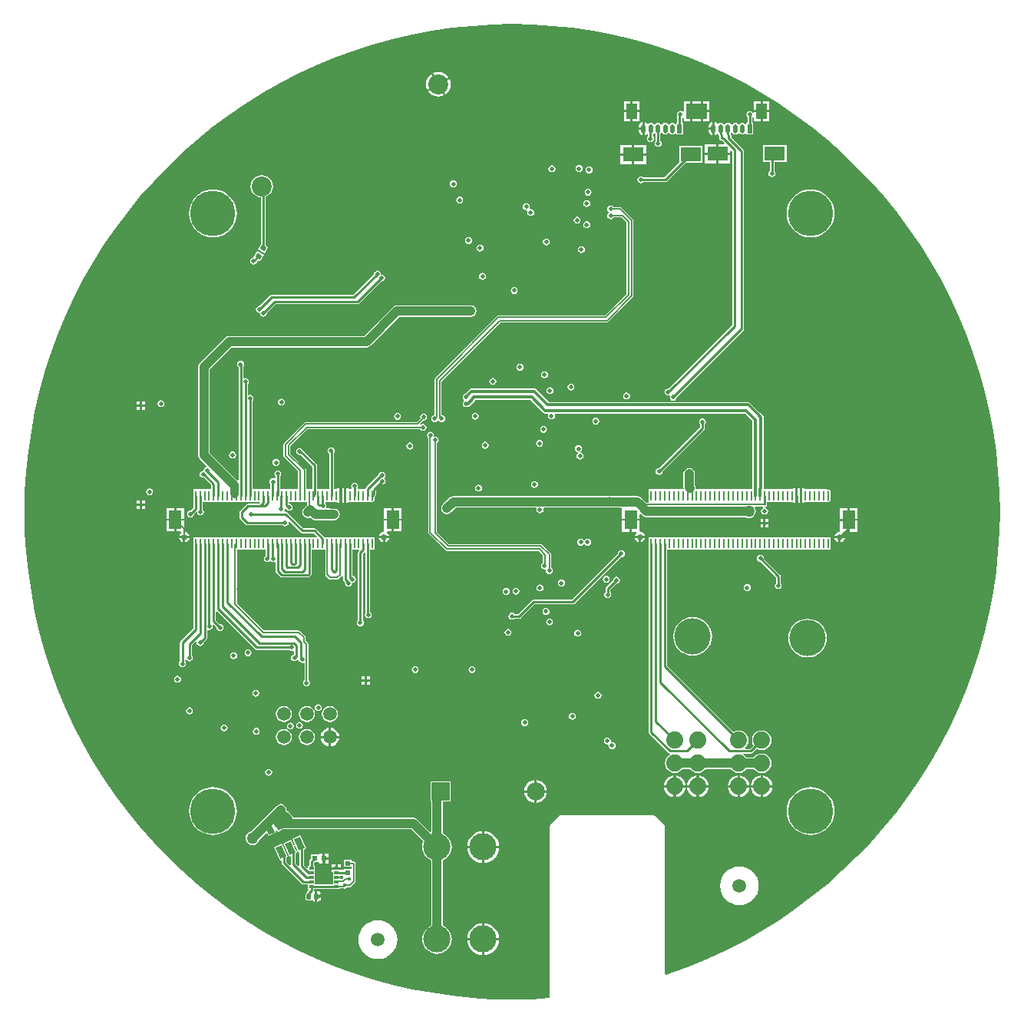
<source format=gtl>
G04 Layer_Physical_Order=1*
G04 Layer_Color=255*
%FSLAX42Y42*%
%MOMM*%
G71*
G01*
G75*
G04:AMPARAMS|DCode=10|XSize=0.25mm|YSize=1.12mm|CornerRadius=0.13mm|HoleSize=0mm|Usage=FLASHONLY|Rotation=0.000|XOffset=0mm|YOffset=0mm|HoleType=Round|Shape=RoundedRectangle|*
%AMROUNDEDRECTD10*
21,1,0.25,0.86,0,0,0.0*
21,1,0.00,1.12,0,0,0.0*
1,1,0.25,0.00,-0.43*
1,1,0.25,0.00,-0.43*
1,1,0.25,0.00,0.43*
1,1,0.25,0.00,0.43*
%
%ADD10ROUNDEDRECTD10*%
%ADD11R,0.25X1.12*%
%ADD12R,1.42X2.11*%
G04:AMPARAMS|DCode=13|XSize=1.32mm|YSize=0.71mm|CornerRadius=0mm|HoleSize=0mm|Usage=FLASHONLY|Rotation=115.000|XOffset=0mm|YOffset=0mm|HoleType=Round|Shape=Rectangle|*
%AMROTATEDRECTD13*
4,1,4,0.60,-0.45,-0.04,-0.75,-0.60,0.45,0.04,0.75,0.60,-0.45,0.0*
%
%ADD13ROTATEDRECTD13*%

%ADD14R,0.51X0.33*%
%ADD15R,0.51X0.61*%
%ADD16R,0.61X0.51*%
G04:AMPARAMS|DCode=17|XSize=0.51mm|YSize=0.61mm|CornerRadius=0.13mm|HoleSize=0mm|Usage=FLASHONLY|Rotation=180.000|XOffset=0mm|YOffset=0mm|HoleType=Round|Shape=RoundedRectangle|*
%AMROUNDEDRECTD17*
21,1,0.51,0.36,0,0,180.0*
21,1,0.25,0.61,0,0,180.0*
1,1,0.25,-0.13,0.18*
1,1,0.25,0.13,0.18*
1,1,0.25,0.13,-0.18*
1,1,0.25,-0.13,-0.18*
%
%ADD17ROUNDEDRECTD17*%
%ADD18R,1.20X1.70*%
%ADD19R,0.50X1.00*%
G04:AMPARAMS|DCode=20|XSize=0.5mm|YSize=1mm|CornerRadius=0.25mm|HoleSize=0mm|Usage=FLASHONLY|Rotation=0.000|XOffset=0mm|YOffset=0mm|HoleType=Round|Shape=RoundedRectangle|*
%AMROUNDEDRECTD20*
21,1,0.50,0.50,0,0,0.0*
21,1,0.00,1.00,0,0,0.0*
1,1,0.50,0.00,-0.25*
1,1,0.50,0.00,-0.25*
1,1,0.50,0.00,0.25*
1,1,0.50,0.00,0.25*
%
%ADD20ROUNDEDRECTD20*%
%ADD21R,2.31X1.60*%
G04:AMPARAMS|DCode=22|XSize=0.51mm|YSize=0.61mm|CornerRadius=0mm|HoleSize=0mm|Usage=FLASHONLY|Rotation=240.000|XOffset=0mm|YOffset=0mm|HoleType=Round|Shape=Rectangle|*
%AMROTATEDRECTD22*
4,1,4,-0.14,0.37,0.39,0.07,0.14,-0.37,-0.39,-0.07,-0.14,0.37,0.0*
%
%ADD22ROTATEDRECTD22*%

%ADD23C,1.00*%
%ADD24C,0.25*%
%ADD25C,0.15*%
%ADD26C,0.90*%
%ADD27C,0.38*%
%ADD28C,0.13*%
%ADD29C,1.52*%
%ADD30C,5.00*%
%ADD31C,2.20*%
%ADD32R,0.41X0.41*%
%ADD33R,0.41X0.41*%
%ADD34C,0.66*%
%ADD35C,2.21*%
%ADD36C,1.88*%
%ADD37R,2.00X2.00*%
%ADD38C,2.00*%
%ADD39C,3.00*%
%ADD40C,1.27*%
%ADD41C,0.50*%
%ADD42C,0.45*%
%ADD43C,4.00*%
G36*
X11726Y16878D02*
X11948Y16865D01*
X12169Y16842D01*
X12389Y16810D01*
X12608Y16769D01*
X12824Y16718D01*
X13039Y16659D01*
X13250Y16592D01*
X13459Y16515D01*
X13665Y16430D01*
X13866Y16336D01*
X14064Y16235D01*
X14257Y16125D01*
X14446Y16007D01*
X14629Y15882D01*
X14808Y15749D01*
X14980Y15609D01*
X15147Y15461D01*
X15307Y15307D01*
X15461Y15147D01*
X15609Y14980D01*
X15749Y14808D01*
X15882Y14629D01*
X16007Y14446D01*
X16125Y14257D01*
X16235Y14064D01*
X16336Y13866D01*
X16430Y13665D01*
X16515Y13459D01*
X16592Y13250D01*
X16659Y13039D01*
X16718Y12824D01*
X16769Y12608D01*
X16810Y12389D01*
X16842Y12169D01*
X16865Y11948D01*
X16878Y11726D01*
X16883Y11504D01*
X16878Y11281D01*
X16865Y11059D01*
X16842Y10838D01*
X16810Y10618D01*
X16769Y10400D01*
X16718Y10183D01*
X16659Y9969D01*
X16592Y9757D01*
X16515Y9548D01*
X16430Y9343D01*
X16336Y9141D01*
X16235Y8943D01*
X16125Y8750D01*
X16007Y8561D01*
X15882Y8378D01*
X15749Y8200D01*
X15609Y8027D01*
X15461Y7860D01*
X15307Y7700D01*
X15147Y7546D01*
X14980Y7399D01*
X14808Y7259D01*
X14629Y7126D01*
X14446Y7000D01*
X14257Y6883D01*
X14064Y6773D01*
X13866Y6671D01*
X13665Y6577D01*
X13459Y6492D01*
X13250Y6416D01*
X13200Y6399D01*
X13189Y6407D01*
Y8034D01*
X13188Y8040D01*
X13184Y8046D01*
X13078Y8153D01*
X13072Y8156D01*
X13066Y8158D01*
X12037D01*
X12031Y8156D01*
X12025Y8153D01*
X11926Y8054D01*
X11924Y8051D01*
X11922Y8048D01*
X11922Y8048D01*
X11922Y8048D01*
X11922Y8045D01*
X11921Y8042D01*
X11921Y6141D01*
X11726Y6129D01*
X11504Y6124D01*
X11281Y6129D01*
X11059Y6143D01*
X10838Y6166D01*
X10618Y6198D01*
X10400Y6239D01*
X10183Y6289D01*
X9969Y6348D01*
X9757Y6416D01*
X9548Y6492D01*
X9343Y6577D01*
X9141Y6671D01*
X8943Y6773D01*
X8750Y6883D01*
X8561Y7000D01*
X8378Y7126D01*
X8200Y7259D01*
X8027Y7399D01*
X7860Y7546D01*
X7700Y7700D01*
X7546Y7860D01*
X7399Y8027D01*
X7259Y8200D01*
X7126Y8378D01*
X7000Y8561D01*
X6883Y8750D01*
X6773Y8943D01*
X6671Y9141D01*
X6577Y9343D01*
X6492Y9548D01*
X6416Y9757D01*
X6348Y9969D01*
X6289Y10183D01*
X6239Y10400D01*
X6198Y10618D01*
X6166Y10838D01*
X6143Y11059D01*
X6129Y11281D01*
X6124Y11504D01*
X6129Y11726D01*
X6143Y11948D01*
X6166Y12169D01*
X6198Y12389D01*
X6239Y12608D01*
X6289Y12824D01*
X6348Y13039D01*
X6416Y13250D01*
X6492Y13459D01*
X6577Y13665D01*
X6671Y13866D01*
X6773Y14064D01*
X6883Y14257D01*
X7000Y14446D01*
X7126Y14629D01*
X7259Y14808D01*
X7399Y14980D01*
X7546Y15147D01*
X7700Y15307D01*
X7860Y15461D01*
X8027Y15609D01*
X8200Y15749D01*
X8378Y15882D01*
X8561Y16007D01*
X8750Y16125D01*
X8943Y16235D01*
X9141Y16336D01*
X9343Y16430D01*
X9548Y16515D01*
X9757Y16592D01*
X9969Y16659D01*
X10183Y16718D01*
X10400Y16769D01*
X10618Y16810D01*
X10838Y16842D01*
X11059Y16865D01*
X11281Y16878D01*
X11504Y16883D01*
X11726Y16878D01*
D02*
G37*
%LPC*%
G36*
X10434Y9802D02*
X10420Y9799D01*
X10407Y9791D01*
X10399Y9778D01*
X10396Y9764D01*
X10399Y9749D01*
X10407Y9737D01*
X10420Y9728D01*
X10434Y9725D01*
X10449Y9728D01*
X10461Y9737D01*
X10470Y9749D01*
X10473Y9764D01*
X10470Y9778D01*
X10461Y9791D01*
X10449Y9799D01*
X10434Y9802D01*
D02*
G37*
G36*
X11062D02*
X11047Y9799D01*
X11035Y9791D01*
X11026Y9778D01*
X11023Y9764D01*
X11026Y9749D01*
X11035Y9737D01*
X11047Y9728D01*
X11062Y9725D01*
X11076Y9728D01*
X11089Y9737D01*
X11097Y9749D01*
X11100Y9764D01*
X11097Y9778D01*
X11089Y9791D01*
X11076Y9799D01*
X11062Y9802D01*
D02*
G37*
G36*
X8433Y9955D02*
X8418Y9952D01*
X8406Y9943D01*
X8397Y9931D01*
X8394Y9916D01*
X8397Y9901D01*
X8406Y9889D01*
X8418Y9881D01*
X8433Y9878D01*
X8448Y9881D01*
X8460Y9889D01*
X8468Y9901D01*
X8471Y9916D01*
X8468Y9931D01*
X8460Y9943D01*
X8448Y9952D01*
X8433Y9955D01*
D02*
G37*
G36*
X7813Y9696D02*
X7798Y9693D01*
X7786Y9684D01*
X7778Y9672D01*
X7775Y9657D01*
X7778Y9642D01*
X7786Y9630D01*
X7798Y9622D01*
X7813Y9619D01*
X7828Y9622D01*
X7840Y9630D01*
X7849Y9642D01*
X7851Y9657D01*
X7849Y9672D01*
X7840Y9684D01*
X7828Y9693D01*
X7813Y9696D01*
D02*
G37*
G36*
X9878Y9688D02*
X9845D01*
Y9655D01*
X9878D01*
Y9688D01*
D02*
G37*
G36*
X9936D02*
X9903D01*
Y9655D01*
X9936D01*
Y9688D01*
D02*
G37*
G36*
X12228Y10204D02*
X12213Y10201D01*
X12200Y10192D01*
X12192Y10180D01*
X12189Y10165D01*
X12192Y10150D01*
X12200Y10138D01*
X12213Y10130D01*
X12228Y10127D01*
X12242Y10130D01*
X12255Y10138D01*
X12263Y10150D01*
X12266Y10165D01*
X12263Y10180D01*
X12255Y10192D01*
X12242Y10201D01*
X12228Y10204D01*
D02*
G37*
G36*
X11458Y10214D02*
X11443Y10211D01*
X11431Y10202D01*
X11422Y10190D01*
X11420Y10175D01*
X11422Y10161D01*
X11431Y10148D01*
X11443Y10140D01*
X11458Y10137D01*
X11473Y10140D01*
X11485Y10148D01*
X11493Y10161D01*
X11496Y10175D01*
X11493Y10190D01*
X11485Y10202D01*
X11473Y10211D01*
X11458Y10214D01*
D02*
G37*
G36*
X11916Y10328D02*
X11901Y10325D01*
X11889Y10317D01*
X11880Y10304D01*
X11877Y10289D01*
X11880Y10275D01*
X11889Y10262D01*
X11901Y10254D01*
X11916Y10251D01*
X11930Y10254D01*
X11943Y10262D01*
X11951Y10275D01*
X11954Y10289D01*
X11951Y10304D01*
X11943Y10317D01*
X11930Y10325D01*
X11916Y10328D01*
D02*
G37*
G36*
X14762Y10325D02*
X14721Y10321D01*
X14681Y10309D01*
X14644Y10289D01*
X14611Y10263D01*
X14585Y10230D01*
X14565Y10194D01*
X14553Y10153D01*
X14549Y10112D01*
X14553Y10070D01*
X14565Y10030D01*
X14585Y9993D01*
X14611Y9961D01*
X14644Y9934D01*
X14681Y9914D01*
X14721Y9902D01*
X14762Y9898D01*
X14804Y9902D01*
X14844Y9914D01*
X14881Y9934D01*
X14914Y9961D01*
X14940Y9993D01*
X14960Y10030D01*
X14972Y10070D01*
X14976Y10112D01*
X14972Y10153D01*
X14960Y10194D01*
X14940Y10230D01*
X14914Y10263D01*
X14881Y10289D01*
X14844Y10309D01*
X14804Y10321D01*
X14762Y10325D01*
D02*
G37*
G36*
X8590Y9988D02*
X8576Y9985D01*
X8563Y9976D01*
X8555Y9964D01*
X8552Y9949D01*
X8555Y9934D01*
X8563Y9922D01*
X8576Y9914D01*
X8590Y9911D01*
X8605Y9914D01*
X8617Y9922D01*
X8626Y9934D01*
X8629Y9949D01*
X8626Y9964D01*
X8617Y9976D01*
X8605Y9985D01*
X8590Y9988D01*
D02*
G37*
G36*
X13495Y10343D02*
X13453Y10339D01*
X13413Y10327D01*
X13376Y10307D01*
X13344Y10281D01*
X13317Y10248D01*
X13298Y10211D01*
X13285Y10171D01*
X13281Y10130D01*
X13285Y10088D01*
X13298Y10048D01*
X13317Y10011D01*
X13344Y9978D01*
X13376Y9952D01*
X13413Y9932D01*
X13453Y9920D01*
X13495Y9916D01*
X13537Y9920D01*
X13577Y9932D01*
X13614Y9952D01*
X13646Y9978D01*
X13673Y10011D01*
X13692Y10048D01*
X13705Y10088D01*
X13709Y10130D01*
X13705Y10171D01*
X13692Y10211D01*
X13673Y10248D01*
X13646Y10281D01*
X13614Y10307D01*
X13577Y10327D01*
X13537Y10339D01*
X13495Y10343D01*
D02*
G37*
G36*
X9936Y9629D02*
X9903D01*
Y9596D01*
X9936D01*
Y9629D01*
D02*
G37*
G36*
X8987Y9363D02*
X8963Y9360D01*
X8942Y9351D01*
X8923Y9337D01*
X8909Y9318D01*
X8900Y9297D01*
X8897Y9274D01*
X8900Y9250D01*
X8909Y9229D01*
X8923Y9210D01*
X8942Y9196D01*
X8963Y9187D01*
X8987Y9184D01*
X9010Y9187D01*
X9031Y9196D01*
X9050Y9210D01*
X9064Y9229D01*
X9073Y9250D01*
X9076Y9274D01*
X9073Y9297D01*
X9064Y9318D01*
X9050Y9337D01*
X9031Y9351D01*
X9010Y9360D01*
X8987Y9363D01*
D02*
G37*
G36*
X9241D02*
X9217Y9360D01*
X9196Y9351D01*
X9177Y9337D01*
X9163Y9318D01*
X9154Y9297D01*
X9151Y9274D01*
X9154Y9250D01*
X9163Y9229D01*
X9177Y9210D01*
X9196Y9196D01*
X9217Y9187D01*
X9241Y9184D01*
X9264Y9187D01*
X9285Y9196D01*
X9304Y9210D01*
X9318Y9229D01*
X9327Y9250D01*
X9330Y9274D01*
X9327Y9297D01*
X9318Y9318D01*
X9304Y9337D01*
X9285Y9351D01*
X9264Y9360D01*
X9241Y9363D01*
D02*
G37*
G36*
X9495D02*
X9471Y9360D01*
X9450Y9351D01*
X9431Y9337D01*
X9417Y9318D01*
X9408Y9297D01*
X9405Y9274D01*
X9408Y9250D01*
X9417Y9229D01*
X9431Y9210D01*
X9450Y9196D01*
X9471Y9187D01*
X9495Y9184D01*
X9518Y9187D01*
X9539Y9196D01*
X9558Y9210D01*
X9572Y9229D01*
X9581Y9250D01*
X9584Y9274D01*
X9581Y9297D01*
X9572Y9318D01*
X9558Y9337D01*
X9539Y9351D01*
X9518Y9360D01*
X9495Y9363D01*
D02*
G37*
G36*
X9058Y9180D02*
X9043Y9177D01*
X9030Y9169D01*
X9022Y9156D01*
X9019Y9141D01*
X9022Y9127D01*
X9030Y9114D01*
X9043Y9106D01*
X9058Y9103D01*
X9072Y9106D01*
X9085Y9114D01*
X9093Y9127D01*
X9096Y9141D01*
X9093Y9156D01*
X9085Y9169D01*
X9072Y9177D01*
X9058Y9180D01*
D02*
G37*
G36*
X9159Y9188D02*
X9145Y9185D01*
X9132Y9176D01*
X9124Y9164D01*
X9121Y9149D01*
X9124Y9134D01*
X9132Y9122D01*
X9145Y9114D01*
X9159Y9111D01*
X9174Y9114D01*
X9186Y9122D01*
X9195Y9134D01*
X9198Y9149D01*
X9195Y9164D01*
X9186Y9176D01*
X9174Y9185D01*
X9159Y9188D01*
D02*
G37*
G36*
X11643Y9218D02*
X11629Y9215D01*
X11616Y9207D01*
X11608Y9194D01*
X11605Y9180D01*
X11608Y9165D01*
X11616Y9152D01*
X11629Y9144D01*
X11643Y9141D01*
X11658Y9144D01*
X11671Y9152D01*
X11679Y9165D01*
X11682Y9180D01*
X11679Y9194D01*
X11671Y9207D01*
X11658Y9215D01*
X11643Y9218D01*
D02*
G37*
G36*
X12450Y9518D02*
X12436Y9515D01*
X12423Y9507D01*
X12415Y9495D01*
X12412Y9480D01*
X12415Y9465D01*
X12423Y9453D01*
X12436Y9444D01*
X12450Y9441D01*
X12465Y9444D01*
X12478Y9453D01*
X12486Y9465D01*
X12489Y9480D01*
X12486Y9495D01*
X12478Y9507D01*
X12465Y9515D01*
X12450Y9518D01*
D02*
G37*
G36*
X8677Y9541D02*
X8662Y9538D01*
X8649Y9529D01*
X8641Y9517D01*
X8638Y9502D01*
X8641Y9487D01*
X8649Y9475D01*
X8662Y9467D01*
X8677Y9464D01*
X8691Y9467D01*
X8704Y9475D01*
X8712Y9487D01*
X8715Y9502D01*
X8712Y9517D01*
X8704Y9529D01*
X8691Y9538D01*
X8677Y9541D01*
D02*
G37*
G36*
X9878Y9629D02*
X9845D01*
Y9596D01*
X9878D01*
Y9629D01*
D02*
G37*
G36*
X12167Y9287D02*
X12152Y9284D01*
X12139Y9275D01*
X12131Y9263D01*
X12128Y9248D01*
X12131Y9233D01*
X12139Y9221D01*
X12152Y9213D01*
X12167Y9210D01*
X12181Y9213D01*
X12194Y9221D01*
X12202Y9233D01*
X12205Y9248D01*
X12202Y9263D01*
X12194Y9275D01*
X12181Y9284D01*
X12167Y9287D01*
D02*
G37*
G36*
X7945Y9348D02*
X7930Y9345D01*
X7918Y9336D01*
X7910Y9324D01*
X7907Y9309D01*
X7910Y9294D01*
X7918Y9282D01*
X7930Y9274D01*
X7945Y9271D01*
X7960Y9274D01*
X7972Y9282D01*
X7981Y9294D01*
X7984Y9309D01*
X7981Y9324D01*
X7972Y9336D01*
X7960Y9345D01*
X7945Y9348D01*
D02*
G37*
G36*
X9365Y9383D02*
X9350Y9380D01*
X9338Y9372D01*
X9329Y9359D01*
X9327Y9345D01*
X9329Y9330D01*
X9338Y9317D01*
X9350Y9309D01*
X9365Y9306D01*
X9380Y9309D01*
X9392Y9317D01*
X9400Y9330D01*
X9403Y9345D01*
X9400Y9359D01*
X9392Y9372D01*
X9380Y9380D01*
X9365Y9383D01*
D02*
G37*
G36*
X7874Y11215D02*
X7830D01*
X7832Y11205D01*
X7844Y11185D01*
X7864Y11172D01*
X7874Y11170D01*
Y11215D01*
D02*
G37*
G36*
X7944D02*
X7899D01*
Y11170D01*
X7909Y11172D01*
X7929Y11185D01*
X7942Y11205D01*
X7944Y11215D01*
D02*
G37*
G36*
X10076D02*
X10032D01*
X10034Y11205D01*
X10047Y11185D01*
X10066Y11172D01*
X10076Y11170D01*
Y11215D01*
D02*
G37*
G36*
X15173Y11215D02*
X15129D01*
Y11170D01*
X15139Y11172D01*
X15158Y11185D01*
X15171Y11205D01*
X15173Y11215D01*
D02*
G37*
G36*
X12901Y11215D02*
X12856D01*
X12858Y11205D01*
X12871Y11185D01*
X12891Y11172D01*
X12901Y11170D01*
Y11215D01*
D02*
G37*
G36*
X12971D02*
X12926D01*
Y11170D01*
X12936Y11172D01*
X12956Y11185D01*
X12969Y11205D01*
X12971Y11215D01*
D02*
G37*
G36*
X12910Y11405D02*
X12826D01*
Y11286D01*
X12874D01*
X12878Y11274D01*
X12871Y11269D01*
X12858Y11250D01*
X12856Y11240D01*
X12971D01*
X12969Y11250D01*
X12956Y11269D01*
X12936Y11282D01*
X12922Y11285D01*
X12913Y11287D01*
X12910Y11299D01*
Y11405D01*
D02*
G37*
G36*
X7883Y11405D02*
X7799D01*
Y11287D01*
X7847D01*
X7851Y11274D01*
X7844Y11269D01*
X7832Y11250D01*
X7830Y11240D01*
X7944D01*
X7942Y11250D01*
X7929Y11269D01*
X7909Y11282D01*
X7895Y11285D01*
X7887Y11287D01*
X7883Y11299D01*
Y11405D01*
D02*
G37*
G36*
X10175D02*
X10091D01*
Y11299D01*
X10089Y11287D01*
X10079Y11285D01*
X10066Y11282D01*
X10047Y11269D01*
X10034Y11250D01*
X10032Y11240D01*
X10146D01*
X10144Y11250D01*
X10131Y11269D01*
X10124Y11274D01*
X10128Y11287D01*
X10175D01*
Y11405D01*
D02*
G37*
G36*
X10146Y11215D02*
X10102D01*
Y11170D01*
X10112Y11172D01*
X10131Y11185D01*
X10144Y11205D01*
X10146Y11215D01*
D02*
G37*
G36*
X12336Y11207D02*
X12321Y11204D01*
X12309Y11196D01*
X12306Y11191D01*
X12291D01*
X12288Y11196D01*
X12275Y11204D01*
X12260Y11207D01*
X12246Y11204D01*
X12233Y11196D01*
X12225Y11183D01*
X12222Y11168D01*
X12225Y11154D01*
X12233Y11141D01*
X12246Y11133D01*
X12260Y11130D01*
X12275Y11133D01*
X12288Y11141D01*
X12291Y11146D01*
X12306D01*
X12309Y11141D01*
X12321Y11133D01*
X12336Y11130D01*
X12351Y11133D01*
X12363Y11141D01*
X12371Y11154D01*
X12374Y11168D01*
X12371Y11183D01*
X12363Y11196D01*
X12351Y11204D01*
X12336Y11207D01*
D02*
G37*
G36*
X15202Y11405D02*
X15118D01*
Y11299D01*
X15116Y11287D01*
X15106Y11285D01*
X15093Y11282D01*
X15074Y11269D01*
X15061Y11250D01*
X15059Y11240D01*
X15173D01*
X15171Y11250D01*
X15158Y11269D01*
X15151Y11274D01*
X15155Y11286D01*
X15202D01*
Y11405D01*
D02*
G37*
G36*
X15103Y11215D02*
X15059D01*
X15061Y11205D01*
X15074Y11185D01*
X15093Y11172D01*
X15103Y11170D01*
Y11215D01*
D02*
G37*
G36*
X11811Y10704D02*
X11796Y10701D01*
X11784Y10693D01*
X11775Y10680D01*
X11773Y10665D01*
X11775Y10651D01*
X11784Y10638D01*
X11796Y10630D01*
X11811Y10627D01*
X11826Y10630D01*
X11838Y10638D01*
X11847Y10651D01*
X11849Y10665D01*
X11847Y10680D01*
X11838Y10693D01*
X11826Y10701D01*
X11811Y10704D01*
D02*
G37*
G36*
X14097Y10706D02*
X14082Y10704D01*
X14070Y10695D01*
X14061Y10683D01*
X14059Y10668D01*
X14061Y10653D01*
X14070Y10641D01*
X14082Y10632D01*
X14097Y10630D01*
X14112Y10632D01*
X14124Y10641D01*
X14133Y10653D01*
X14135Y10668D01*
X14133Y10683D01*
X14124Y10695D01*
X14112Y10704D01*
X14097Y10706D01*
D02*
G37*
G36*
X14242Y11029D02*
X14227Y11026D01*
X14215Y11018D01*
X14206Y11005D01*
X14203Y10991D01*
X14206Y10976D01*
X14215Y10963D01*
X14227Y10955D01*
X14242Y10952D01*
X14243Y10952D01*
X14413Y10783D01*
Y10719D01*
X14412Y10718D01*
X14403Y10706D01*
X14400Y10691D01*
X14403Y10676D01*
X14412Y10664D01*
X14424Y10655D01*
X14439Y10652D01*
X14453Y10655D01*
X14466Y10664D01*
X14474Y10676D01*
X14477Y10691D01*
X14474Y10706D01*
X14466Y10718D01*
X14465Y10719D01*
Y10794D01*
X14463Y10804D01*
X14457Y10812D01*
X14280Y10989D01*
X14280Y10991D01*
X14277Y11005D01*
X14269Y11018D01*
X14256Y11026D01*
X14242Y11029D01*
D02*
G37*
G36*
X11877Y10445D02*
X11862Y10442D01*
X11850Y10434D01*
X11842Y10421D01*
X11839Y10406D01*
X11842Y10392D01*
X11850Y10379D01*
X11862Y10371D01*
X11877Y10368D01*
X11892Y10371D01*
X11904Y10379D01*
X11913Y10392D01*
X11915Y10406D01*
X11913Y10421D01*
X11904Y10434D01*
X11892Y10442D01*
X11877Y10445D01*
D02*
G37*
G36*
X11438Y10663D02*
X11423Y10660D01*
X11410Y10652D01*
X11402Y10640D01*
X11399Y10625D01*
X11402Y10610D01*
X11410Y10598D01*
X11423Y10589D01*
X11438Y10586D01*
X11452Y10589D01*
X11465Y10598D01*
X11473Y10610D01*
X11476Y10625D01*
X11473Y10640D01*
X11465Y10652D01*
X11452Y10660D01*
X11438Y10663D01*
D02*
G37*
G36*
X11547Y10668D02*
X11532Y10665D01*
X11520Y10657D01*
X11511Y10645D01*
X11508Y10630D01*
X11511Y10615D01*
X11520Y10603D01*
X11532Y10594D01*
X11547Y10591D01*
X11562Y10594D01*
X11574Y10603D01*
X11582Y10615D01*
X11585Y10630D01*
X11582Y10645D01*
X11574Y10657D01*
X11562Y10665D01*
X11547Y10668D01*
D02*
G37*
G36*
X10602Y12387D02*
X10588Y12384D01*
X10575Y12376D01*
X10567Y12364D01*
X10564Y12349D01*
X10567Y12334D01*
X10575Y12322D01*
X10580Y12319D01*
Y11277D01*
X10581Y11270D01*
X10585Y11264D01*
X10771Y11078D01*
X10771Y11078D01*
X10777Y11074D01*
X10784Y11073D01*
X10784Y11073D01*
X11795D01*
X11845Y11023D01*
Y10945D01*
X11845Y10945D01*
X11832Y10936D01*
X11824Y10924D01*
X11821Y10909D01*
X11824Y10895D01*
X11832Y10882D01*
X11845Y10874D01*
X11859Y10871D01*
X11864Y10872D01*
X11875Y10861D01*
X11874Y10856D01*
X11877Y10841D01*
X11885Y10829D01*
X11898Y10820D01*
X11913Y10818D01*
X11927Y10820D01*
X11940Y10829D01*
X11948Y10841D01*
X11951Y10856D01*
X11948Y10871D01*
X11940Y10883D01*
X11935Y10886D01*
Y11033D01*
X11935Y11033D01*
X11934Y11041D01*
X11930Y11047D01*
X11833Y11144D01*
X11827Y11148D01*
X11819Y11150D01*
X10808D01*
X10675Y11283D01*
Y12263D01*
X10683Y12268D01*
X10691Y12281D01*
X10694Y12296D01*
X10691Y12310D01*
X10683Y12323D01*
X10670Y12331D01*
X10656Y12334D01*
X10651Y12333D01*
X10640Y12344D01*
X10641Y12349D01*
X10638Y12364D01*
X10630Y12376D01*
X10617Y12384D01*
X10602Y12387D01*
D02*
G37*
G36*
X12708Y11080D02*
X12693Y11077D01*
X12680Y11069D01*
X12672Y11056D01*
X12669Y11041D01*
X12669Y11040D01*
X12163Y10534D01*
X11737D01*
X11727Y10532D01*
X11719Y10526D01*
X11572Y10379D01*
X11529D01*
X11528Y10380D01*
X11516Y10389D01*
X11501Y10391D01*
X11486Y10389D01*
X11474Y10380D01*
X11466Y10368D01*
X11463Y10353D01*
X11466Y10338D01*
X11474Y10326D01*
X11486Y10318D01*
X11501Y10315D01*
X11516Y10318D01*
X11528Y10326D01*
X11529Y10327D01*
X11582D01*
X11592Y10329D01*
X11601Y10335D01*
X11748Y10482D01*
X12174D01*
X12184Y10484D01*
X12193Y10490D01*
X12706Y11003D01*
X12708Y11003D01*
X12722Y11006D01*
X12735Y11014D01*
X12743Y11027D01*
X12746Y11041D01*
X12743Y11056D01*
X12735Y11069D01*
X12722Y11077D01*
X12708Y11080D01*
D02*
G37*
G36*
X13414Y11221D02*
X13363D01*
Y11221D01*
X13013D01*
Y11155D01*
X13013Y11152D01*
Y9074D01*
X13015Y9064D01*
X13020Y9055D01*
X13229Y8846D01*
X13238Y8841D01*
X13247Y8839D01*
X13250Y8826D01*
X13243Y8823D01*
X13221Y8806D01*
X13204Y8784D01*
X13193Y8758D01*
X13189Y8730D01*
X13193Y8702D01*
X13204Y8676D01*
X13221Y8654D01*
X13243Y8637D01*
X13269Y8626D01*
X13297Y8622D01*
X13325Y8626D01*
X13351Y8637D01*
X13373Y8654D01*
X13382Y8666D01*
X13465D01*
X13475Y8654D01*
X13497Y8637D01*
X13523Y8626D01*
X13551Y8622D01*
X13579Y8626D01*
X13605Y8637D01*
X13627Y8654D01*
X13636Y8666D01*
X13918D01*
X13927Y8654D01*
X13949Y8637D01*
X13975Y8626D01*
X14003Y8622D01*
X14031Y8626D01*
X14057Y8637D01*
X14079Y8654D01*
X14088Y8666D01*
X14172D01*
X14181Y8654D01*
X14203Y8637D01*
X14229Y8626D01*
X14257Y8622D01*
X14285Y8626D01*
X14311Y8637D01*
X14333Y8654D01*
X14350Y8676D01*
X14361Y8702D01*
X14365Y8730D01*
X14361Y8758D01*
X14350Y8784D01*
X14333Y8806D01*
X14311Y8823D01*
X14285Y8834D01*
X14257Y8838D01*
X14229Y8834D01*
X14203Y8823D01*
X14181Y8806D01*
X14172Y8794D01*
X14088D01*
X14079Y8806D01*
X14057Y8823D01*
X14050Y8826D01*
X14053Y8839D01*
X14138D01*
X14148Y8841D01*
X14156Y8846D01*
X14202Y8892D01*
X14203Y8891D01*
X14229Y8880D01*
X14257Y8876D01*
X14285Y8880D01*
X14311Y8891D01*
X14333Y8908D01*
X14350Y8930D01*
X14361Y8956D01*
X14365Y8984D01*
X14361Y9012D01*
X14350Y9038D01*
X14333Y9060D01*
X14311Y9077D01*
X14285Y9088D01*
X14257Y9092D01*
X14229Y9088D01*
X14203Y9077D01*
X14181Y9060D01*
X14164Y9038D01*
X14153Y9012D01*
X14149Y8984D01*
X14153Y8956D01*
X14164Y8930D01*
X14165Y8929D01*
X14127Y8890D01*
X14077D01*
X14073Y8903D01*
X14079Y8908D01*
X14096Y8930D01*
X14107Y8956D01*
X14111Y8984D01*
X14107Y9012D01*
X14096Y9038D01*
X14079Y9060D01*
X14057Y9077D01*
X14031Y9088D01*
X14003Y9092D01*
X13975Y9088D01*
X13949Y9077D01*
X13948Y9076D01*
X13214Y9809D01*
Y11084D01*
X13364D01*
Y11084D01*
X13413D01*
Y11084D01*
X15014D01*
Y11221D01*
X13414D01*
Y11221D01*
D02*
G37*
G36*
X12047Y10757D02*
X12033Y10754D01*
X12020Y10746D01*
X12012Y10734D01*
X12009Y10719D01*
X12012Y10704D01*
X12020Y10692D01*
X12033Y10683D01*
X12047Y10680D01*
X12062Y10683D01*
X12074Y10692D01*
X12083Y10704D01*
X12086Y10719D01*
X12083Y10734D01*
X12074Y10746D01*
X12062Y10754D01*
X12047Y10757D01*
D02*
G37*
G36*
X12654Y10788D02*
X12640Y10785D01*
X12627Y10776D01*
X12619Y10764D01*
X12616Y10749D01*
X12616Y10748D01*
X12539Y10671D01*
X12534Y10663D01*
X12532Y10653D01*
Y10620D01*
X12531Y10619D01*
X12522Y10607D01*
X12519Y10592D01*
X12522Y10577D01*
X12531Y10565D01*
X12543Y10556D01*
X12558Y10553D01*
X12572Y10556D01*
X12585Y10565D01*
X12593Y10577D01*
X12596Y10592D01*
X12593Y10607D01*
X12585Y10619D01*
X12584Y10620D01*
Y10642D01*
X12653Y10711D01*
X12654Y10711D01*
X12669Y10714D01*
X12681Y10722D01*
X12690Y10735D01*
X12693Y10749D01*
X12690Y10764D01*
X12681Y10776D01*
X12669Y10785D01*
X12654Y10788D01*
D02*
G37*
G36*
X12543Y10799D02*
X12528Y10796D01*
X12515Y10788D01*
X12507Y10776D01*
X12504Y10761D01*
X12507Y10746D01*
X12515Y10734D01*
X12528Y10725D01*
X12543Y10722D01*
X12557Y10725D01*
X12570Y10734D01*
X12578Y10746D01*
X12581Y10761D01*
X12578Y10776D01*
X12570Y10788D01*
X12557Y10796D01*
X12543Y10799D01*
D02*
G37*
G36*
X11196Y7983D02*
Y7821D01*
X11359D01*
X11356Y7842D01*
X11346Y7875D01*
X11330Y7906D01*
X11308Y7933D01*
X11282Y7955D01*
X11251Y7971D01*
X11218Y7981D01*
X11196Y7983D01*
D02*
G37*
G36*
X14796Y8467D02*
X14755Y8464D01*
X14715Y8455D01*
X14676Y8439D01*
X14641Y8417D01*
X14610Y8390D01*
X14583Y8359D01*
X14561Y8324D01*
X14545Y8285D01*
X14536Y8245D01*
X14533Y8204D01*
X14536Y8163D01*
X14545Y8122D01*
X14561Y8084D01*
X14583Y8049D01*
X14610Y8018D01*
X14641Y7991D01*
X14676Y7969D01*
X14715Y7953D01*
X14755Y7944D01*
X14796Y7940D01*
X14837Y7944D01*
X14877Y7953D01*
X14916Y7969D01*
X14951Y7991D01*
X14982Y8018D01*
X15009Y8049D01*
X15031Y8084D01*
X15047Y8122D01*
X15056Y8163D01*
X15060Y8204D01*
X15056Y8245D01*
X15047Y8285D01*
X15031Y8324D01*
X15009Y8359D01*
X14982Y8390D01*
X14951Y8417D01*
X14916Y8439D01*
X14877Y8455D01*
X14837Y8464D01*
X14796Y8467D01*
D02*
G37*
G36*
X8204Y8467D02*
X8163Y8464D01*
X8123Y8455D01*
X8084Y8439D01*
X8049Y8417D01*
X8018Y8390D01*
X7991Y8359D01*
X7969Y8324D01*
X7953Y8285D01*
X7944Y8245D01*
X7940Y8204D01*
X7944Y8163D01*
X7953Y8123D01*
X7969Y8084D01*
X7991Y8049D01*
X8018Y8018D01*
X8049Y7991D01*
X8084Y7969D01*
X8123Y7953D01*
X8163Y7944D01*
X8204Y7940D01*
X8245Y7944D01*
X8285Y7953D01*
X8324Y7969D01*
X8359Y7991D01*
X8390Y8018D01*
X8417Y8049D01*
X8439Y8084D01*
X8455Y8123D01*
X8464Y8163D01*
X8467Y8204D01*
X8464Y8245D01*
X8455Y8285D01*
X8439Y8324D01*
X8417Y8359D01*
X8390Y8390D01*
X8359Y8417D01*
X8324Y8439D01*
X8285Y8455D01*
X8245Y8464D01*
X8204Y8467D01*
D02*
G37*
G36*
X11359Y7795D02*
X11196D01*
Y7633D01*
X11218Y7635D01*
X11251Y7645D01*
X11282Y7661D01*
X11308Y7683D01*
X11330Y7710D01*
X11346Y7741D01*
X11356Y7774D01*
X11359Y7795D01*
D02*
G37*
G36*
X9477Y7737D02*
X9439D01*
Y7694D01*
X9477D01*
Y7737D01*
D02*
G37*
G36*
X11171Y7983D02*
X11149Y7981D01*
X11116Y7971D01*
X11086Y7955D01*
X11059Y7933D01*
X11037Y7906D01*
X11021Y7875D01*
X11011Y7842D01*
X11009Y7821D01*
X11171D01*
Y7983D01*
D02*
G37*
G36*
X13284Y8463D02*
X13178D01*
X13181Y8445D01*
X13193Y8416D01*
X13212Y8391D01*
X13237Y8372D01*
X13266Y8360D01*
X13284Y8357D01*
Y8463D01*
D02*
G37*
G36*
X13538D02*
X13432D01*
X13435Y8445D01*
X13447Y8416D01*
X13466Y8391D01*
X13491Y8372D01*
X13520Y8360D01*
X13538Y8357D01*
Y8463D01*
D02*
G37*
G36*
X13990D02*
X13884D01*
X13887Y8445D01*
X13899Y8416D01*
X13918Y8391D01*
X13943Y8372D01*
X13972Y8360D01*
X13990Y8357D01*
Y8463D01*
D02*
G37*
G36*
X10829Y8533D02*
X10604D01*
Y8307D01*
X10612D01*
Y7979D01*
X10600Y7974D01*
X10463Y8111D01*
X10442Y8125D01*
X10418Y8130D01*
X9088D01*
X9087Y8137D01*
X9073Y8157D01*
X9049Y8182D01*
X9038Y8204D01*
X9030Y8200D01*
X9017Y8213D01*
Y8217D01*
X9013Y8241D01*
X8999Y8262D01*
X8978Y8276D01*
X8954Y8281D01*
X8929Y8276D01*
X8908Y8262D01*
X8625Y7979D01*
X8621Y7979D01*
X8603Y7971D01*
X8587Y7959D01*
X8575Y7943D01*
X8567Y7924D01*
X8564Y7904D01*
X8567Y7885D01*
X8575Y7866D01*
X8587Y7850D01*
X8603Y7838D01*
X8621Y7830D01*
X8641Y7828D01*
X8661Y7830D01*
X8680Y7838D01*
X8695Y7850D01*
X8708Y7866D01*
X8715Y7885D01*
X8716Y7889D01*
X8789Y7962D01*
X8801Y7960D01*
X8817Y7927D01*
X8904Y7968D01*
X8893Y7990D01*
X8902Y8001D01*
X8906Y8000D01*
X8918Y7974D01*
X8977Y8002D01*
X10391D01*
X10524Y7869D01*
X10515Y7840D01*
X10512Y7808D01*
X10515Y7776D01*
X10525Y7745D01*
X10540Y7717D01*
X10560Y7692D01*
X10585Y7672D01*
X10612Y7658D01*
Y6942D01*
X10585Y6928D01*
X10560Y6908D01*
X10540Y6883D01*
X10525Y6855D01*
X10515Y6824D01*
X10512Y6792D01*
X10515Y6760D01*
X10525Y6729D01*
X10540Y6701D01*
X10560Y6676D01*
X10585Y6656D01*
X10613Y6641D01*
X10644Y6632D01*
X10676Y6628D01*
X10708Y6632D01*
X10738Y6641D01*
X10766Y6656D01*
X10791Y6676D01*
X10812Y6701D01*
X10827Y6729D01*
X10836Y6760D01*
X10839Y6792D01*
X10836Y6824D01*
X10827Y6855D01*
X10812Y6883D01*
X10791Y6908D01*
X10766Y6928D01*
X10740Y6942D01*
Y7658D01*
X10766Y7672D01*
X10791Y7692D01*
X10812Y7717D01*
X10827Y7745D01*
X10836Y7776D01*
X10839Y7808D01*
X10836Y7840D01*
X10827Y7871D01*
X10812Y7899D01*
X10791Y7924D01*
X10766Y7944D01*
X10740Y7958D01*
Y8307D01*
X10829D01*
Y8533D01*
D02*
G37*
G36*
X11750Y8407D02*
X11638D01*
X11640Y8387D01*
X11653Y8357D01*
X11673Y8331D01*
X11699Y8311D01*
X11730Y8298D01*
X11750Y8295D01*
Y8407D01*
D02*
G37*
G36*
X11887D02*
X11775D01*
Y8295D01*
X11795Y8298D01*
X11826Y8311D01*
X11852Y8331D01*
X11872Y8357D01*
X11885Y8387D01*
X11887Y8407D01*
D02*
G37*
G36*
X11171Y7795D02*
X11009D01*
X11011Y7774D01*
X11021Y7741D01*
X11037Y7710D01*
X11059Y7683D01*
X11086Y7661D01*
X11116Y7645D01*
X11149Y7635D01*
X11171Y7633D01*
Y7795D01*
D02*
G37*
G36*
Y6967D02*
X11149Y6965D01*
X11116Y6955D01*
X11086Y6939D01*
X11059Y6917D01*
X11037Y6890D01*
X11021Y6859D01*
X11011Y6826D01*
X11009Y6805D01*
X11171D01*
Y6967D01*
D02*
G37*
G36*
X11196D02*
Y6805D01*
X11359D01*
X11356Y6826D01*
X11346Y6859D01*
X11330Y6890D01*
X11308Y6917D01*
X11282Y6939D01*
X11251Y6955D01*
X11218Y6965D01*
X11196Y6967D01*
D02*
G37*
G36*
X14011Y7592D02*
X13969Y7588D01*
X13929Y7576D01*
X13892Y7556D01*
X13860Y7530D01*
X13833Y7497D01*
X13813Y7460D01*
X13801Y7420D01*
X13797Y7379D01*
X13801Y7337D01*
X13813Y7297D01*
X13833Y7260D01*
X13860Y7228D01*
X13892Y7201D01*
X13929Y7181D01*
X13969Y7169D01*
X14011Y7165D01*
X14052Y7169D01*
X14092Y7181D01*
X14129Y7201D01*
X14162Y7228D01*
X14188Y7260D01*
X14208Y7297D01*
X14220Y7337D01*
X14224Y7379D01*
X14220Y7420D01*
X14208Y7460D01*
X14188Y7497D01*
X14162Y7530D01*
X14129Y7556D01*
X14092Y7576D01*
X14052Y7588D01*
X14011Y7592D01*
D02*
G37*
G36*
X10023Y6998D02*
X9981Y6994D01*
X9941Y6982D01*
X9904Y6962D01*
X9872Y6935D01*
X9845Y6903D01*
X9825Y6866D01*
X9813Y6826D01*
X9809Y6784D01*
X9813Y6743D01*
X9825Y6703D01*
X9845Y6666D01*
X9872Y6633D01*
X9904Y6607D01*
X9941Y6587D01*
X9981Y6575D01*
X10023Y6571D01*
X10065Y6575D01*
X10105Y6587D01*
X10142Y6607D01*
X10174Y6633D01*
X10201Y6666D01*
X10220Y6703D01*
X10232Y6743D01*
X10237Y6784D01*
X10232Y6826D01*
X10220Y6866D01*
X10201Y6903D01*
X10174Y6935D01*
X10142Y6962D01*
X10105Y6982D01*
X10065Y6994D01*
X10023Y6998D01*
D02*
G37*
G36*
X11171Y6779D02*
X11009D01*
X11011Y6758D01*
X11021Y6725D01*
X11037Y6694D01*
X11059Y6667D01*
X11086Y6645D01*
X11116Y6629D01*
X11149Y6619D01*
X11171Y6617D01*
Y6779D01*
D02*
G37*
G36*
X11359D02*
X11196D01*
Y6617D01*
X11218Y6619D01*
X11251Y6629D01*
X11282Y6645D01*
X11308Y6667D01*
X11330Y6694D01*
X11346Y6725D01*
X11356Y6758D01*
X11359Y6779D01*
D02*
G37*
G36*
X9617Y7614D02*
X9579D01*
Y7584D01*
X9617D01*
Y7614D01*
D02*
G37*
G36*
X9164Y7934D02*
X9077Y7894D01*
X9143Y7751D01*
X9145Y7752D01*
X9156Y7745D01*
Y7599D01*
X9152Y7596D01*
X9144Y7593D01*
X9111Y7626D01*
Y7736D01*
X9131Y7745D01*
X9064Y7888D01*
X8977Y7847D01*
X9043Y7704D01*
X9049Y7707D01*
X9060Y7700D01*
Y7615D01*
X9061Y7611D01*
X9049Y7604D01*
X9012Y7641D01*
Y7690D01*
X9030Y7698D01*
X8963Y7841D01*
X8876Y7800D01*
X8942Y7657D01*
X8950Y7661D01*
X8961Y7654D01*
Y7630D01*
X8963Y7620D01*
X8968Y7612D01*
X9178Y7402D01*
X9187Y7396D01*
X9197Y7394D01*
X9251D01*
Y7341D01*
X9251D01*
X9255Y7328D01*
X9243Y7316D01*
X9238Y7308D01*
X9236Y7302D01*
X9230Y7298D01*
X9225Y7290D01*
X9223Y7280D01*
Y7244D01*
X9225Y7234D01*
X9230Y7226D01*
X9239Y7220D01*
X9249Y7218D01*
X9274D01*
X9284Y7220D01*
X9301Y7217D01*
X9301Y7217D01*
X9314Y7208D01*
X9329Y7205D01*
D01*
Y7262D01*
Y7318D01*
X9326Y7318D01*
X9321Y7321D01*
X9315Y7328D01*
X9316Y7341D01*
X9327D01*
Y7344D01*
X9528D01*
Y7341D01*
X9604D01*
Y7350D01*
X9646D01*
X9649Y7350D01*
X9660Y7348D01*
X9673Y7351D01*
X9685Y7358D01*
X9688Y7363D01*
X9713D01*
X9721Y7365D01*
X9728Y7369D01*
X9771Y7412D01*
X9775Y7419D01*
X9777Y7427D01*
Y7625D01*
X9775Y7633D01*
X9771Y7640D01*
X9764Y7644D01*
X9756Y7646D01*
X9736D01*
Y7663D01*
X9649D01*
Y7587D01*
X9736D01*
Y7562D01*
X9649D01*
Y7553D01*
X9617D01*
Y7559D01*
X9566D01*
X9515D01*
Y7530D01*
X9528D01*
Y7396D01*
X9327D01*
Y7492D01*
Y7601D01*
X9315D01*
Y7627D01*
X9326Y7638D01*
X9362D01*
X9363Y7638D01*
X9375Y7636D01*
Y7625D01*
X9413D01*
Y7681D01*
Y7737D01*
X9375D01*
Y7726D01*
X9363Y7724D01*
X9362Y7724D01*
X9287D01*
Y7679D01*
X9270Y7663D01*
X9265Y7655D01*
X9263Y7645D01*
Y7601D01*
X9251D01*
Y7582D01*
X9239Y7577D01*
X9208Y7608D01*
Y7781D01*
X9231Y7792D01*
X9164Y7934D01*
D02*
G37*
G36*
X9477Y7668D02*
X9439D01*
Y7625D01*
X9477D01*
Y7668D01*
D02*
G37*
G36*
X9393Y7249D02*
X9354D01*
Y7205D01*
X9369Y7208D01*
X9382Y7217D01*
X9390Y7229D01*
X9393Y7244D01*
Y7249D01*
D02*
G37*
G36*
X9354Y7318D02*
D01*
Y7275D01*
X9393D01*
Y7280D01*
X9390Y7295D01*
X9382Y7307D01*
X9369Y7316D01*
X9354Y7318D01*
D02*
G37*
G36*
X9553Y7614D02*
X9515D01*
Y7584D01*
X9553D01*
Y7614D01*
D02*
G37*
G36*
X12553Y9017D02*
X12538Y9014D01*
X12525Y9006D01*
X12517Y8994D01*
X12514Y8979D01*
X12517Y8964D01*
X12525Y8952D01*
X12538Y8943D01*
X12553Y8940D01*
X12558Y8941D01*
X12569Y8931D01*
X12568Y8926D01*
X12570Y8911D01*
X12579Y8898D01*
X12591Y8890D01*
X12606Y8887D01*
X12621Y8890D01*
X12633Y8898D01*
X12642Y8911D01*
X12644Y8926D01*
X12642Y8940D01*
X12633Y8953D01*
X12621Y8961D01*
X12606Y8964D01*
X12601Y8963D01*
X12590Y8974D01*
X12591Y8979D01*
X12588Y8994D01*
X12580Y9006D01*
X12567Y9014D01*
X12553Y9017D01*
D02*
G37*
G36*
X9595Y9007D02*
X9507D01*
Y8919D01*
X9521Y8921D01*
X9546Y8931D01*
X9567Y8947D01*
X9583Y8968D01*
X9594Y8993D01*
X9595Y9007D01*
D02*
G37*
G36*
X9482D02*
X9394D01*
X9396Y8993D01*
X9406Y8968D01*
X9422Y8947D01*
X9443Y8931D01*
X9468Y8921D01*
X9482Y8919D01*
Y9007D01*
D02*
G37*
G36*
X14016Y8595D02*
Y8489D01*
X14122D01*
X14119Y8507D01*
X14107Y8536D01*
X14088Y8561D01*
X14063Y8580D01*
X14034Y8592D01*
X14016Y8595D01*
D02*
G37*
G36*
X13310D02*
Y8489D01*
X13416D01*
X13413Y8507D01*
X13401Y8536D01*
X13382Y8561D01*
X13357Y8580D01*
X13328Y8592D01*
X13310Y8595D01*
D02*
G37*
G36*
X8819Y8669D02*
X8804Y8666D01*
X8792Y8658D01*
X8783Y8646D01*
X8780Y8631D01*
X8783Y8616D01*
X8792Y8604D01*
X8804Y8595D01*
X8819Y8592D01*
X8834Y8595D01*
X8846Y8604D01*
X8854Y8616D01*
X8857Y8631D01*
X8854Y8646D01*
X8846Y8658D01*
X8834Y8666D01*
X8819Y8669D01*
D02*
G37*
G36*
X9507Y9120D02*
Y9032D01*
X9595D01*
X9594Y9046D01*
X9583Y9071D01*
X9567Y9092D01*
X9546Y9108D01*
X9521Y9119D01*
X9507Y9120D01*
D02*
G37*
G36*
X8682Y9121D02*
X8667Y9119D01*
X8655Y9110D01*
X8646Y9098D01*
X8643Y9083D01*
X8646Y9068D01*
X8655Y9056D01*
X8667Y9048D01*
X8682Y9045D01*
X8696Y9048D01*
X8709Y9056D01*
X8717Y9068D01*
X8720Y9083D01*
X8717Y9098D01*
X8709Y9110D01*
X8696Y9119D01*
X8682Y9121D01*
D02*
G37*
G36*
X8328Y9158D02*
X8313Y9156D01*
X8300Y9147D01*
X8292Y9135D01*
X8289Y9120D01*
X8292Y9105D01*
X8300Y9093D01*
X8313Y9085D01*
X8328Y9082D01*
X8342Y9085D01*
X8355Y9093D01*
X8363Y9105D01*
X8366Y9120D01*
X8363Y9135D01*
X8355Y9147D01*
X8342Y9156D01*
X8328Y9158D01*
D02*
G37*
G36*
X8987Y9109D02*
X8963Y9106D01*
X8942Y9097D01*
X8923Y9083D01*
X8909Y9064D01*
X8900Y9043D01*
X8897Y9020D01*
X8900Y8996D01*
X8909Y8975D01*
X8923Y8956D01*
X8942Y8942D01*
X8963Y8933D01*
X8987Y8930D01*
X9010Y8933D01*
X9031Y8942D01*
X9050Y8956D01*
X9064Y8975D01*
X9073Y8996D01*
X9076Y9020D01*
X9073Y9043D01*
X9064Y9064D01*
X9050Y9083D01*
X9031Y9097D01*
X9010Y9106D01*
X8987Y9109D01*
D02*
G37*
G36*
X9241Y9109D02*
X9217Y9106D01*
X9196Y9097D01*
X9177Y9083D01*
X9163Y9064D01*
X9154Y9043D01*
X9151Y9020D01*
X9154Y8996D01*
X9163Y8975D01*
X9177Y8956D01*
X9196Y8942D01*
X9217Y8933D01*
X9241Y8930D01*
X9264Y8933D01*
X9285Y8942D01*
X9304Y8956D01*
X9318Y8975D01*
X9327Y8996D01*
X9330Y9020D01*
X9327Y9043D01*
X9318Y9064D01*
X9304Y9083D01*
X9285Y9097D01*
X9264Y9106D01*
X9241Y9109D01*
D02*
G37*
G36*
X9482Y9120D02*
X9468Y9119D01*
X9443Y9108D01*
X9422Y9092D01*
X9406Y9071D01*
X9396Y9046D01*
X9394Y9032D01*
X9482D01*
Y9120D01*
D02*
G37*
G36*
X13564Y8595D02*
Y8489D01*
X13670D01*
X13667Y8507D01*
X13655Y8536D01*
X13636Y8561D01*
X13611Y8580D01*
X13582Y8592D01*
X13564Y8595D01*
D02*
G37*
G36*
X14122Y8463D02*
X14016D01*
Y8357D01*
X14034Y8360D01*
X14063Y8372D01*
X14088Y8391D01*
X14107Y8416D01*
X14119Y8445D01*
X14122Y8463D01*
D02*
G37*
G36*
X14376D02*
X14270D01*
Y8357D01*
X14288Y8360D01*
X14317Y8372D01*
X14342Y8391D01*
X14361Y8416D01*
X14373Y8445D01*
X14376Y8463D01*
D02*
G37*
G36*
X11750Y8545D02*
X11730Y8542D01*
X11699Y8530D01*
X11673Y8510D01*
X11653Y8483D01*
X11640Y8453D01*
X11638Y8433D01*
X11750D01*
Y8545D01*
D02*
G37*
G36*
X14244Y8463D02*
X14138D01*
X14141Y8445D01*
X14153Y8416D01*
X14172Y8391D01*
X14197Y8372D01*
X14226Y8360D01*
X14244Y8357D01*
Y8463D01*
D02*
G37*
G36*
X13416D02*
X13310D01*
Y8357D01*
X13328Y8360D01*
X13357Y8372D01*
X13382Y8391D01*
X13401Y8416D01*
X13413Y8445D01*
X13416Y8463D01*
D02*
G37*
G36*
X13670D02*
X13564D01*
Y8357D01*
X13582Y8360D01*
X13611Y8372D01*
X13636Y8391D01*
X13655Y8416D01*
X13667Y8445D01*
X13670Y8463D01*
D02*
G37*
G36*
X13284Y8595D02*
X13266Y8592D01*
X13237Y8580D01*
X13212Y8561D01*
X13193Y8536D01*
X13181Y8507D01*
X13178Y8489D01*
X13284D01*
Y8595D01*
D02*
G37*
G36*
X13990D02*
X13972Y8592D01*
X13943Y8580D01*
X13918Y8561D01*
X13899Y8536D01*
X13887Y8507D01*
X13884Y8489D01*
X13990D01*
Y8595D01*
D02*
G37*
G36*
X14270D02*
Y8489D01*
X14376D01*
X14373Y8507D01*
X14361Y8536D01*
X14342Y8561D01*
X14317Y8580D01*
X14288Y8592D01*
X14270Y8595D01*
D02*
G37*
G36*
X11775Y8545D02*
Y8433D01*
X11887D01*
X11885Y8453D01*
X11872Y8483D01*
X11852Y8510D01*
X11826Y8530D01*
X11795Y8542D01*
X11775Y8545D01*
D02*
G37*
G36*
X13538Y8595D02*
X13520Y8592D01*
X13491Y8580D01*
X13466Y8561D01*
X13447Y8536D01*
X13435Y8507D01*
X13432Y8489D01*
X13538D01*
Y8595D01*
D02*
G37*
G36*
X14244D02*
X14226Y8592D01*
X14197Y8580D01*
X14172Y8561D01*
X14153Y8536D01*
X14141Y8507D01*
X14138Y8489D01*
X14244D01*
Y8595D01*
D02*
G37*
G36*
X12342Y15068D02*
X12327Y15065D01*
X12315Y15056D01*
X12306Y15044D01*
X12303Y15029D01*
X12306Y15014D01*
X12315Y15002D01*
X12327Y14994D01*
X12342Y14991D01*
X12357Y14994D01*
X12369Y15002D01*
X12377Y15014D01*
X12380Y15029D01*
X12377Y15044D01*
X12369Y15056D01*
X12357Y15065D01*
X12342Y15068D01*
D02*
G37*
G36*
X10856Y15159D02*
X10841Y15156D01*
X10829Y15148D01*
X10820Y15135D01*
X10818Y15121D01*
X10820Y15106D01*
X10829Y15093D01*
X10841Y15085D01*
X10856Y15082D01*
X10871Y15085D01*
X10883Y15093D01*
X10891Y15106D01*
X10894Y15121D01*
X10891Y15135D01*
X10883Y15148D01*
X10871Y15156D01*
X10856Y15159D01*
D02*
G37*
G36*
X13600Y15538D02*
X13344D01*
Y15354D01*
X13182Y15192D01*
X12952D01*
X12951Y15194D01*
X12938Y15202D01*
X12924Y15205D01*
X12909Y15202D01*
X12896Y15194D01*
X12888Y15181D01*
X12885Y15166D01*
X12888Y15152D01*
X12896Y15139D01*
X12909Y15131D01*
X12924Y15128D01*
X12938Y15131D01*
X12951Y15139D01*
X12952Y15140D01*
X13193D01*
X13203Y15142D01*
X13211Y15148D01*
X13416Y15353D01*
X13600D01*
Y15538D01*
D02*
G37*
G36*
X11659Y14908D02*
X11644Y14905D01*
X11631Y14896D01*
X11623Y14884D01*
X11620Y14869D01*
X11623Y14854D01*
X11631Y14842D01*
X11644Y14834D01*
X11659Y14831D01*
X11667Y14832D01*
X11674Y14821D01*
X11674Y14820D01*
X11671Y14806D01*
X11674Y14791D01*
X11682Y14778D01*
X11695Y14770D01*
X11709Y14767D01*
X11724Y14770D01*
X11737Y14778D01*
X11745Y14791D01*
X11748Y14806D01*
X11745Y14820D01*
X11737Y14833D01*
X11724Y14841D01*
X11709Y14844D01*
X11701Y14843D01*
X11694Y14854D01*
X11694Y14854D01*
X11697Y14869D01*
X11694Y14884D01*
X11686Y14896D01*
X11673Y14905D01*
X11659Y14908D01*
D02*
G37*
G36*
X12327Y14943D02*
X12312Y14940D01*
X12299Y14932D01*
X12291Y14919D01*
X12288Y14905D01*
X12291Y14890D01*
X12299Y14878D01*
X12312Y14869D01*
X12327Y14866D01*
X12341Y14869D01*
X12354Y14878D01*
X12362Y14890D01*
X12365Y14905D01*
X12362Y14919D01*
X12354Y14932D01*
X12341Y14940D01*
X12327Y14943D01*
D02*
G37*
G36*
X10925Y14982D02*
X10910Y14979D01*
X10898Y14971D01*
X10890Y14958D01*
X10887Y14943D01*
X10890Y14929D01*
X10898Y14916D01*
X10910Y14908D01*
X10925Y14905D01*
X10940Y14908D01*
X10952Y14916D01*
X10961Y14929D01*
X10964Y14943D01*
X10961Y14958D01*
X10952Y14971D01*
X10940Y14979D01*
X10925Y14982D01*
D02*
G37*
G36*
X12242Y15328D02*
X12227Y15326D01*
X12215Y15317D01*
X12206Y15305D01*
X12204Y15290D01*
X12206Y15275D01*
X12215Y15263D01*
X12227Y15254D01*
X12242Y15252D01*
X12257Y15254D01*
X12269Y15263D01*
X12278Y15275D01*
X12280Y15290D01*
X12278Y15305D01*
X12269Y15317D01*
X12257Y15326D01*
X12242Y15328D01*
D02*
G37*
G36*
X12827Y15433D02*
X12699D01*
Y15340D01*
X12827D01*
Y15433D01*
D02*
G37*
G36*
X12981D02*
X12852D01*
Y15340D01*
X12981D01*
Y15433D01*
D02*
G37*
G36*
X14530Y15546D02*
X14274D01*
Y15361D01*
X14343D01*
Y15263D01*
X14342Y15262D01*
X14333Y15250D01*
X14330Y15235D01*
X14333Y15220D01*
X14342Y15208D01*
X14354Y15199D01*
X14369Y15196D01*
X14383Y15199D01*
X14396Y15208D01*
X14404Y15220D01*
X14407Y15235D01*
X14404Y15250D01*
X14396Y15262D01*
X14395Y15263D01*
Y15361D01*
X14530D01*
Y15546D01*
D02*
G37*
G36*
X12352Y15314D02*
X12337Y15311D01*
X12325Y15303D01*
X12317Y15290D01*
X12314Y15276D01*
X12317Y15261D01*
X12325Y15248D01*
X12337Y15240D01*
X12352Y15237D01*
X12367Y15240D01*
X12379Y15248D01*
X12388Y15261D01*
X12390Y15276D01*
X12388Y15290D01*
X12379Y15303D01*
X12367Y15311D01*
X12352Y15314D01*
D02*
G37*
G36*
X11942Y15327D02*
X11928Y15324D01*
X11915Y15316D01*
X11907Y15304D01*
X11904Y15289D01*
X11907Y15274D01*
X11915Y15262D01*
X11928Y15253D01*
X11942Y15250D01*
X11957Y15253D01*
X11970Y15262D01*
X11978Y15274D01*
X11981Y15289D01*
X11978Y15304D01*
X11970Y15316D01*
X11957Y15324D01*
X11942Y15327D01*
D02*
G37*
G36*
X12220Y14760D02*
X12205Y14757D01*
X12193Y14749D01*
X12184Y14737D01*
X12182Y14722D01*
X12184Y14707D01*
X12193Y14695D01*
X12205Y14686D01*
X12220Y14683D01*
X12235Y14686D01*
X12247Y14695D01*
X12255Y14707D01*
X12258Y14722D01*
X12255Y14737D01*
X12247Y14749D01*
X12235Y14757D01*
X12220Y14760D01*
D02*
G37*
G36*
X8689Y14379D02*
X8651Y14313D01*
X8651D01*
X8642Y14306D01*
X8637Y14305D01*
X8625Y14297D01*
X8617Y14284D01*
X8614Y14270D01*
X8617Y14255D01*
X8625Y14243D01*
X8637Y14234D01*
X8652Y14231D01*
X8667Y14234D01*
X8679Y14243D01*
X8688Y14255D01*
X8690Y14270D01*
X8690Y14271D01*
X8702Y14283D01*
X8725Y14270D01*
X8764Y14336D01*
X8689Y14379D01*
D02*
G37*
G36*
X8741Y15218D02*
X8709Y15214D01*
X8679Y15201D01*
X8654Y15182D01*
X8634Y15156D01*
X8622Y15126D01*
X8617Y15094D01*
X8622Y15062D01*
X8634Y15032D01*
X8654Y15007D01*
X8679Y14987D01*
X8709Y14975D01*
X8732Y14972D01*
Y14454D01*
X8701Y14401D01*
X8776Y14357D01*
X8814Y14423D01*
X8783Y14441D01*
Y14979D01*
X8803Y14987D01*
X8829Y15007D01*
X8848Y15032D01*
X8861Y15062D01*
X8865Y15094D01*
X8861Y15126D01*
X8848Y15156D01*
X8829Y15182D01*
X8803Y15201D01*
X8773Y15214D01*
X8741Y15218D01*
D02*
G37*
G36*
X12268Y14435D02*
X12253Y14432D01*
X12241Y14424D01*
X12233Y14411D01*
X12230Y14397D01*
X12233Y14382D01*
X12241Y14370D01*
X12253Y14361D01*
X12268Y14358D01*
X12283Y14361D01*
X12295Y14370D01*
X12304Y14382D01*
X12307Y14397D01*
X12304Y14411D01*
X12295Y14424D01*
X12283Y14432D01*
X12268Y14435D01*
D02*
G37*
G36*
X11527Y13983D02*
X11512Y13980D01*
X11499Y13972D01*
X11491Y13959D01*
X11488Y13945D01*
X11491Y13930D01*
X11499Y13917D01*
X11512Y13909D01*
X11527Y13906D01*
X11541Y13909D01*
X11554Y13917D01*
X11562Y13930D01*
X11565Y13945D01*
X11562Y13959D01*
X11554Y13972D01*
X11541Y13980D01*
X11527Y13983D01*
D02*
G37*
G36*
X10018Y14166D02*
X10003Y14163D01*
X9991Y14155D01*
X9982Y14142D01*
X9979Y14127D01*
X9980Y14126D01*
X9750Y13896D01*
X8849D01*
X8839Y13894D01*
X8830Y13888D01*
X8718Y13776D01*
X8716Y13776D01*
X8701Y13773D01*
X8689Y13765D01*
X8681Y13752D01*
X8678Y13737D01*
X8681Y13723D01*
X8689Y13710D01*
X8701Y13702D01*
X8716Y13699D01*
X8722Y13693D01*
X8725Y13678D01*
X8733Y13666D01*
X8746Y13658D01*
X8760Y13655D01*
X8775Y13658D01*
X8788Y13666D01*
X8796Y13678D01*
X8799Y13693D01*
X8799Y13695D01*
X8898Y13794D01*
X9799D01*
X9809Y13796D01*
X9817Y13802D01*
X10061Y14045D01*
X10062Y14045D01*
X10077Y14048D01*
X10089Y14056D01*
X10098Y14068D01*
X10101Y14083D01*
X10098Y14098D01*
X10089Y14110D01*
X10077Y14119D01*
X10062Y14122D01*
X10056Y14127D01*
X10053Y14142D01*
X10045Y14155D01*
X10032Y14163D01*
X10018Y14166D01*
D02*
G37*
G36*
X11177Y14140D02*
X11162Y14137D01*
X11149Y14129D01*
X11141Y14116D01*
X11138Y14101D01*
X11141Y14087D01*
X11149Y14074D01*
X11162Y14066D01*
X11177Y14063D01*
X11191Y14066D01*
X11204Y14074D01*
X11212Y14087D01*
X11215Y14101D01*
X11212Y14116D01*
X11204Y14129D01*
X11191Y14137D01*
X11177Y14140D01*
D02*
G37*
G36*
X8204Y15060D02*
X8163Y15056D01*
X8122Y15047D01*
X8084Y15031D01*
X8049Y15009D01*
X8018Y14982D01*
X7991Y14951D01*
X7969Y14916D01*
X7953Y14878D01*
X7944Y14837D01*
X7940Y14796D01*
X7944Y14755D01*
X7953Y14715D01*
X7969Y14676D01*
X7991Y14641D01*
X8018Y14610D01*
X8049Y14583D01*
X8084Y14561D01*
X8122Y14545D01*
X8163Y14536D01*
X8204Y14533D01*
X8245Y14536D01*
X8285Y14545D01*
X8324Y14561D01*
X8359Y14583D01*
X8390Y14610D01*
X8417Y14641D01*
X8439Y14676D01*
X8455Y14715D01*
X8464Y14755D01*
X8467Y14796D01*
X8464Y14837D01*
X8455Y14878D01*
X8439Y14916D01*
X8417Y14951D01*
X8390Y14982D01*
X8359Y15009D01*
X8324Y15031D01*
X8285Y15047D01*
X8245Y15056D01*
X8204Y15060D01*
D02*
G37*
G36*
X14796D02*
X14755Y15056D01*
X14715Y15047D01*
X14676Y15031D01*
X14641Y15009D01*
X14610Y14982D01*
X14583Y14951D01*
X14561Y14916D01*
X14545Y14878D01*
X14536Y14837D01*
X14533Y14796D01*
X14536Y14755D01*
X14545Y14715D01*
X14561Y14676D01*
X14583Y14641D01*
X14610Y14610D01*
X14641Y14583D01*
X14676Y14561D01*
X14715Y14545D01*
X14755Y14536D01*
X14796Y14533D01*
X14837Y14536D01*
X14878Y14545D01*
X14916Y14561D01*
X14951Y14583D01*
X14982Y14610D01*
X15009Y14641D01*
X15031Y14676D01*
X15047Y14715D01*
X15056Y14755D01*
X15060Y14796D01*
X15056Y14837D01*
X15047Y14878D01*
X15031Y14916D01*
X15009Y14951D01*
X14982Y14982D01*
X14951Y15009D01*
X14916Y15031D01*
X14878Y15047D01*
X14837Y15056D01*
X14796Y15060D01*
D02*
G37*
G36*
X12327Y14709D02*
X12312Y14707D01*
X12299Y14698D01*
X12291Y14686D01*
X12288Y14671D01*
X12291Y14656D01*
X12299Y14644D01*
X12312Y14636D01*
X12327Y14633D01*
X12341Y14636D01*
X12354Y14644D01*
X12362Y14656D01*
X12365Y14671D01*
X12362Y14686D01*
X12354Y14698D01*
X12341Y14707D01*
X12327Y14709D01*
D02*
G37*
G36*
X11149Y14452D02*
X11135Y14449D01*
X11122Y14441D01*
X11114Y14428D01*
X11111Y14413D01*
X11114Y14399D01*
X11122Y14386D01*
X11135Y14378D01*
X11149Y14375D01*
X11164Y14378D01*
X11177Y14386D01*
X11185Y14399D01*
X11188Y14413D01*
X11185Y14428D01*
X11177Y14441D01*
X11164Y14449D01*
X11149Y14452D01*
D02*
G37*
G36*
X11881Y14520D02*
X11866Y14517D01*
X11854Y14509D01*
X11845Y14496D01*
X11842Y14482D01*
X11845Y14467D01*
X11854Y14454D01*
X11866Y14446D01*
X11881Y14443D01*
X11895Y14446D01*
X11908Y14454D01*
X11916Y14467D01*
X11919Y14482D01*
X11916Y14496D01*
X11908Y14509D01*
X11895Y14517D01*
X11881Y14520D01*
D02*
G37*
G36*
X11023Y14534D02*
X11008Y14531D01*
X10996Y14523D01*
X10988Y14510D01*
X10985Y14496D01*
X10988Y14481D01*
X10996Y14469D01*
X11008Y14460D01*
X11023Y14457D01*
X11038Y14460D01*
X11050Y14469D01*
X11059Y14481D01*
X11062Y14496D01*
X11059Y14510D01*
X11050Y14523D01*
X11038Y14531D01*
X11023Y14534D01*
D02*
G37*
G36*
X12809Y16036D02*
X12737D01*
Y15939D01*
X12809D01*
Y16036D01*
D02*
G37*
G36*
X14242D02*
X14169D01*
Y15939D01*
X14242D01*
Y16036D01*
D02*
G37*
G36*
X12908D02*
X12835D01*
Y15939D01*
X12908D01*
Y16036D01*
D02*
G37*
G36*
X14124Y15923D02*
X14110Y15920D01*
X14097Y15912D01*
X14089Y15899D01*
X14086Y15885D01*
X14089Y15870D01*
X14097Y15857D01*
X14098Y15856D01*
Y15794D01*
X14087D01*
Y15783D01*
X14074Y15779D01*
X14071Y15783D01*
X14059Y15791D01*
X14044Y15794D01*
X14030Y15791D01*
X14017Y15783D01*
X14011Y15774D01*
X14010Y15774D01*
X13998Y15774D01*
X13997Y15774D01*
X13991Y15783D01*
X13979Y15791D01*
X13964Y15794D01*
X13950Y15791D01*
X13937Y15783D01*
X13931Y15774D01*
X13930Y15774D01*
X13918D01*
X13917Y15774D01*
X13911Y15783D01*
X13899Y15791D01*
X13884Y15794D01*
X13870Y15791D01*
X13857Y15783D01*
X13851Y15774D01*
X13850Y15774D01*
X13838D01*
X13837Y15774D01*
X13831Y15783D01*
X13819Y15791D01*
X13804Y15794D01*
X13790Y15791D01*
X13780Y15785D01*
X13777Y15783D01*
X13764Y15787D01*
X13761Y15792D01*
X13744Y15803D01*
X13737Y15805D01*
Y15731D01*
Y15657D01*
X13744Y15658D01*
X13761Y15670D01*
X13764Y15675D01*
X13767Y15676D01*
X13778Y15669D01*
Y15668D01*
X13780Y15658D01*
X13786Y15650D01*
X13788Y15648D01*
Y15624D01*
X13790Y15614D01*
X13795Y15605D01*
X13804Y15600D01*
X13814Y15598D01*
X13820D01*
X13847Y15571D01*
X13842Y15559D01*
X13782D01*
Y15466D01*
X13910D01*
Y15482D01*
X13923Y15488D01*
X13928Y15484D01*
Y13565D01*
X13226Y12864D01*
X13225Y12864D01*
X13210Y12861D01*
X13197Y12853D01*
X13189Y12840D01*
X13186Y12826D01*
X13189Y12811D01*
X13197Y12799D01*
X13210Y12790D01*
X13225Y12787D01*
X13235Y12789D01*
X13236Y12789D01*
X13244Y12780D01*
X13245Y12779D01*
X13243Y12769D01*
X13246Y12754D01*
X13254Y12742D01*
X13266Y12734D01*
X13281Y12731D01*
X13296Y12734D01*
X13308Y12742D01*
X13317Y12754D01*
X13320Y12769D01*
X13319Y12771D01*
X14052Y13503D01*
X14057Y13512D01*
X14059Y13522D01*
Y15484D01*
X14057Y15494D01*
X14052Y15502D01*
X13920Y15634D01*
Y15659D01*
X13918Y15669D01*
X13913Y15676D01*
X13917Y15685D01*
X13919Y15688D01*
X13930D01*
X13931Y15687D01*
X13937Y15679D01*
X13950Y15670D01*
X13964Y15667D01*
X13979Y15670D01*
X13991Y15679D01*
X13997Y15687D01*
X13998Y15688D01*
X14010Y15688D01*
X14011Y15687D01*
X14017Y15679D01*
X14030Y15670D01*
X14044Y15667D01*
X14059Y15670D01*
X14071Y15679D01*
X14074Y15682D01*
X14087Y15678D01*
Y15668D01*
X14162D01*
Y15794D01*
X14150D01*
Y15854D01*
X14156Y15860D01*
X14169Y15854D01*
Y15815D01*
X14242D01*
Y15913D01*
X14169D01*
Y15908D01*
X14156Y15905D01*
X14151Y15912D01*
X14139Y15920D01*
X14124Y15923D01*
D02*
G37*
G36*
X14340Y15913D02*
X14267D01*
Y15815D01*
X14340D01*
Y15913D01*
D02*
G37*
G36*
X13469Y16036D02*
X13397D01*
Y15924D01*
X13396Y15923D01*
X13384Y15919D01*
X13375Y15925D01*
X13360Y15927D01*
X13346Y15925D01*
X13333Y15916D01*
X13325Y15904D01*
X13322Y15889D01*
X13325Y15874D01*
X13326Y15872D01*
Y15794D01*
X13314D01*
Y15783D01*
X13302Y15779D01*
X13299Y15783D01*
X13287Y15791D01*
X13272Y15794D01*
X13257Y15791D01*
X13245Y15783D01*
X13239Y15774D01*
X13238Y15774D01*
X13226D01*
X13225Y15774D01*
X13219Y15783D01*
X13207Y15791D01*
X13192Y15794D01*
X13177Y15791D01*
X13165Y15783D01*
X13159Y15774D01*
X13158Y15774D01*
X13146D01*
X13145Y15774D01*
X13139Y15783D01*
X13127Y15791D01*
X13112Y15794D01*
X13097Y15791D01*
X13085Y15783D01*
X13079Y15774D01*
X13078Y15774D01*
X13066D01*
X13065Y15774D01*
X13059Y15783D01*
X13047Y15791D01*
X13032Y15794D01*
X13017Y15791D01*
X13008Y15785D01*
X13005Y15783D01*
X12992Y15787D01*
X12988Y15792D01*
X12972Y15803D01*
X12965Y15805D01*
Y15731D01*
Y15657D01*
X12972Y15658D01*
X12988Y15670D01*
X12992Y15674D01*
X13004Y15670D01*
Y15649D01*
X13003Y15648D01*
X12995Y15636D01*
X12992Y15621D01*
X12995Y15606D01*
X13003Y15594D01*
X13015Y15585D01*
X13030Y15583D01*
X13045Y15585D01*
X13057Y15594D01*
X13066Y15606D01*
X13069Y15621D01*
X13066Y15636D01*
X13057Y15648D01*
X13056Y15649D01*
Y15677D01*
X13059Y15679D01*
X13065Y15687D01*
X13066Y15688D01*
X13078D01*
X13079Y15687D01*
X13085Y15679D01*
X13088Y15677D01*
Y15596D01*
X13087Y15595D01*
X13079Y15582D01*
X13076Y15568D01*
X13079Y15553D01*
X13087Y15540D01*
X13099Y15532D01*
X13114Y15529D01*
X13129Y15532D01*
X13141Y15540D01*
X13150Y15553D01*
X13152Y15568D01*
X13150Y15582D01*
X13141Y15595D01*
X13140Y15596D01*
Y15680D01*
X13145Y15687D01*
X13146Y15688D01*
X13158D01*
X13159Y15687D01*
X13165Y15679D01*
X13177Y15670D01*
X13192Y15667D01*
X13207Y15670D01*
X13219Y15679D01*
X13225Y15687D01*
X13226Y15688D01*
X13238D01*
X13239Y15687D01*
X13245Y15679D01*
X13257Y15670D01*
X13272Y15667D01*
X13287Y15670D01*
X13299Y15679D01*
X13302Y15682D01*
X13314Y15678D01*
Y15668D01*
X13390D01*
Y15794D01*
X13378D01*
Y15849D01*
X13384Y15853D01*
X13397Y15846D01*
Y15815D01*
X13469D01*
Y15926D01*
Y16036D01*
D02*
G37*
G36*
X10813Y16276D02*
X10707Y16214D01*
X10768Y16109D01*
X10786Y16122D01*
X10808Y16151D01*
X10822Y16184D01*
X10826Y16219D01*
X10822Y16254D01*
X10813Y16276D01*
D02*
G37*
G36*
X10611Y16330D02*
X10593Y16316D01*
X10572Y16287D01*
X10558Y16254D01*
X10553Y16219D01*
X10558Y16184D01*
X10567Y16163D01*
X10672Y16224D01*
X10611Y16330D01*
D02*
G37*
G36*
X10690Y16356D02*
X10654Y16351D01*
X10633Y16342D01*
X10694Y16236D01*
X10800Y16298D01*
X10786Y16316D01*
X10758Y16337D01*
X10725Y16351D01*
X10690Y16356D01*
D02*
G37*
G36*
X14340Y16036D02*
X14267D01*
Y15939D01*
X14340D01*
Y16036D01*
D02*
G37*
G36*
X13680D02*
X13607D01*
Y15939D01*
X13680D01*
Y16036D01*
D02*
G37*
G36*
X10685Y16202D02*
X10579Y16141D01*
X10593Y16122D01*
X10621Y16101D01*
X10654Y16087D01*
X10690Y16082D01*
X10725Y16087D01*
X10746Y16096D01*
X10685Y16202D01*
D02*
G37*
G36*
X13680Y15913D02*
X13607D01*
Y15815D01*
X13680D01*
Y15913D01*
D02*
G37*
G36*
X12981Y15551D02*
X12852D01*
Y15458D01*
X12981D01*
Y15551D01*
D02*
G37*
G36*
X13757Y15559D02*
X13628D01*
Y15466D01*
X13757D01*
Y15559D01*
D02*
G37*
G36*
X12939Y15718D02*
X12901D01*
Y15706D01*
X12905Y15686D01*
X12916Y15670D01*
X12932Y15658D01*
X12939Y15657D01*
Y15718D01*
D02*
G37*
G36*
X13757Y15441D02*
X13628D01*
Y15348D01*
X13757D01*
Y15441D01*
D02*
G37*
G36*
X13910D02*
X13782D01*
Y15348D01*
X13910D01*
Y15441D01*
D02*
G37*
G36*
X12827Y15551D02*
X12699D01*
Y15458D01*
X12827D01*
Y15551D01*
D02*
G37*
G36*
X12809Y15913D02*
X12737D01*
Y15815D01*
X12809D01*
Y15913D01*
D02*
G37*
G36*
X12908D02*
X12835D01*
Y15815D01*
X12908D01*
Y15913D01*
D02*
G37*
G36*
X13582Y16036D02*
X13495D01*
Y15926D01*
Y15815D01*
X13582D01*
Y15926D01*
Y16036D01*
D02*
G37*
G36*
X13712Y15718D02*
X13673D01*
Y15706D01*
X13677Y15686D01*
X13688Y15670D01*
X13705Y15658D01*
X13712Y15657D01*
Y15718D01*
D02*
G37*
G36*
X12939Y15805D02*
X12932Y15803D01*
X12916Y15792D01*
X12905Y15776D01*
X12901Y15756D01*
Y15744D01*
X12939D01*
Y15805D01*
D02*
G37*
G36*
X13712D02*
X13705Y15803D01*
X13688Y15792D01*
X13677Y15776D01*
X13673Y15756D01*
Y15744D01*
X13712D01*
Y15805D01*
D02*
G37*
G36*
X11590Y13137D02*
X11575Y13134D01*
X11563Y13126D01*
X11555Y13113D01*
X11552Y13099D01*
X11555Y13084D01*
X11563Y13072D01*
X11575Y13063D01*
X11590Y13060D01*
X11605Y13063D01*
X11617Y13072D01*
X11626Y13084D01*
X11628Y13099D01*
X11626Y13113D01*
X11617Y13126D01*
X11605Y13134D01*
X11590Y13137D01*
D02*
G37*
G36*
X7396Y11626D02*
X7363D01*
Y11593D01*
X7396D01*
Y11626D01*
D02*
G37*
G36*
X7455D02*
X7422D01*
Y11593D01*
X7455D01*
Y11626D01*
D02*
G37*
G36*
X14676Y11765D02*
X14654D01*
Y11684D01*
Y11603D01*
X14676D01*
Y11684D01*
Y11765D01*
D02*
G37*
G36*
X10284Y11548D02*
X10201D01*
Y11430D01*
X10284D01*
Y11548D01*
D02*
G37*
G36*
X7396Y11567D02*
X7363D01*
Y11534D01*
X7396D01*
Y11567D01*
D02*
G37*
G36*
X7455D02*
X7422D01*
Y11534D01*
X7455D01*
Y11567D01*
D02*
G37*
G36*
X11133Y11804D02*
X11118Y11801D01*
X11106Y11793D01*
X11097Y11781D01*
X11094Y11766D01*
X11097Y11751D01*
X11106Y11739D01*
X11118Y11730D01*
X11133Y11727D01*
X11148Y11730D01*
X11160Y11739D01*
X11168Y11751D01*
X11171Y11766D01*
X11168Y11781D01*
X11160Y11793D01*
X11148Y11801D01*
X11133Y11804D01*
D02*
G37*
G36*
X11746Y12864D02*
X11056D01*
X11044Y12862D01*
X11033Y12855D01*
X10986Y12808D01*
X10981Y12807D01*
X10968Y12799D01*
X10960Y12786D01*
X10957Y12772D01*
X10960Y12757D01*
X10968Y12745D01*
X10973Y12742D01*
Y12726D01*
X10968Y12724D01*
X10960Y12711D01*
X10957Y12696D01*
X10960Y12682D01*
X10968Y12669D01*
X10981Y12661D01*
X10996Y12658D01*
X11010Y12661D01*
X11015Y12664D01*
X11018D01*
X11031Y12666D01*
X11041Y12673D01*
X11088Y12720D01*
X11095Y12731D01*
X11096Y12736D01*
X11706D01*
X11844Y12598D01*
X11854Y12591D01*
X11867Y12589D01*
X11896D01*
X11903Y12576D01*
X11902Y12576D01*
X11900Y12561D01*
X11902Y12546D01*
X11911Y12534D01*
X11923Y12525D01*
X11938Y12523D01*
X11953Y12525D01*
X11965Y12534D01*
X11974Y12546D01*
X11976Y12561D01*
X11974Y12576D01*
X11973Y12576D01*
X11980Y12589D01*
X14068D01*
X14150Y12507D01*
Y11765D01*
X14140Y11753D01*
X13964D01*
Y11753D01*
X13913D01*
Y11753D01*
X13535D01*
X13527Y11762D01*
X13527Y11766D01*
X13523Y11791D01*
X13521Y11793D01*
Y11923D01*
X13516Y11947D01*
X13502Y11968D01*
X13481Y11982D01*
X13457Y11987D01*
X13432Y11982D01*
X13412Y11968D01*
X13398Y11947D01*
X13393Y11923D01*
Y11773D01*
X13395Y11762D01*
X13387Y11753D01*
X13013D01*
Y11615D01*
X13013D01*
X13012Y11603D01*
X12983D01*
X12926Y11660D01*
X12906Y11674D01*
X12881Y11679D01*
X12593D01*
X12593Y11679D01*
X12578Y11682D01*
X12563Y11679D01*
X12563Y11679D01*
X10855D01*
X10831Y11674D01*
X10810Y11660D01*
X10740Y11590D01*
X10726Y11569D01*
X10721Y11544D01*
X10726Y11520D01*
X10740Y11499D01*
X10760Y11485D01*
X10785Y11480D01*
X10809Y11485D01*
X10830Y11499D01*
X10882Y11551D01*
X11767D01*
X11775Y11538D01*
X11773Y11527D01*
X11775Y11512D01*
X11784Y11500D01*
X11796Y11492D01*
X11811Y11489D01*
X11826Y11492D01*
X11838Y11500D01*
X11847Y11512D01*
X11849Y11527D01*
X11847Y11538D01*
X11855Y11551D01*
X12705D01*
X12717Y11548D01*
Y11430D01*
X12910D01*
Y11479D01*
X12922Y11484D01*
X12940Y11466D01*
X12960Y11452D01*
X12985Y11447D01*
X14073D01*
X14076Y11445D01*
X14095Y11437D01*
X14115Y11434D01*
X14135Y11437D01*
X14153Y11445D01*
X14169Y11457D01*
X14181Y11473D01*
X14189Y11491D01*
X14192Y11511D01*
X14189Y11531D01*
X14181Y11550D01*
X14181Y11551D01*
X14186Y11562D01*
X14263D01*
X14268Y11558D01*
X14267Y11543D01*
X14260Y11538D01*
X14252Y11526D01*
X14249Y11511D01*
X14252Y11497D01*
X14260Y11484D01*
X14273Y11476D01*
X14288Y11473D01*
X14302Y11476D01*
X14315Y11484D01*
X14323Y11497D01*
X14326Y11511D01*
X14323Y11526D01*
X14315Y11538D01*
X14302Y11547D01*
X14301Y11547D01*
X14300Y11551D01*
X14300Y11560D01*
X14306Y11564D01*
X14311Y11573D01*
X14313Y11583D01*
Y11615D01*
X14603D01*
Y11603D01*
X14628D01*
Y11684D01*
Y11765D01*
X14603D01*
Y11753D01*
X14289D01*
X14278Y11765D01*
Y12547D01*
X14276Y12559D01*
X14269Y12570D01*
X14241Y12598D01*
X14241Y12598D01*
X14131Y12708D01*
X14120Y12715D01*
X14108Y12717D01*
X11907D01*
X11769Y12855D01*
X11758Y12862D01*
X11746Y12864D01*
D02*
G37*
G36*
X10069Y11944D02*
X10054Y11941D01*
X10041Y11933D01*
X10033Y11920D01*
X10032Y11914D01*
X9895Y11777D01*
X9890Y11769D01*
X9888Y11759D01*
Y11753D01*
X9805D01*
X9798Y11765D01*
X9802Y11771D01*
X9805Y11786D01*
X9802Y11800D01*
X9793Y11813D01*
X9781Y11821D01*
X9766Y11824D01*
X9752Y11821D01*
X9739Y11813D01*
X9731Y11800D01*
X9728Y11786D01*
X9731Y11771D01*
X9735Y11765D01*
X9728Y11753D01*
X9700D01*
Y11765D01*
X9675D01*
Y11684D01*
Y11603D01*
X9700D01*
Y11615D01*
X9939D01*
X9939Y11615D01*
Y11615D01*
X9952Y11617D01*
X9952Y11617D01*
X9962Y11615D01*
X9972Y11617D01*
X9980Y11623D01*
X9986Y11631D01*
X9988Y11641D01*
Y11673D01*
X9993Y11678D01*
X9999Y11687D01*
X10000Y11697D01*
Y11738D01*
X10067Y11805D01*
X10069Y11804D01*
X10083Y11807D01*
X10096Y11816D01*
X10104Y11828D01*
X10107Y11843D01*
X10104Y11857D01*
X10096Y11870D01*
Y11878D01*
X10104Y11891D01*
X10107Y11905D01*
X10104Y11920D01*
X10096Y11933D01*
X10083Y11941D01*
X10069Y11944D01*
D02*
G37*
G36*
X9649Y11765D02*
X9627D01*
Y11684D01*
Y11603D01*
X9649D01*
Y11684D01*
Y11765D01*
D02*
G37*
G36*
X14727Y11765D02*
X14702D01*
Y11684D01*
Y11603D01*
X14727D01*
Y11615D01*
X14966D01*
X14966Y11615D01*
Y11615D01*
X14979Y11617D01*
X14979Y11617D01*
X14989Y11615D01*
X14999Y11617D01*
X15007Y11623D01*
X15013Y11631D01*
X15015Y11641D01*
Y11727D01*
X15013Y11737D01*
X15007Y11745D01*
X14999Y11751D01*
X14989Y11753D01*
X14979Y11751D01*
X14979Y11751D01*
X14966Y11753D01*
Y11753D01*
X14966Y11753D01*
X14727D01*
Y11765D01*
D02*
G37*
G36*
X7506Y11763D02*
X7491Y11760D01*
X7479Y11752D01*
X7470Y11739D01*
X7467Y11725D01*
X7470Y11710D01*
X7479Y11697D01*
X7491Y11689D01*
X7506Y11686D01*
X7520Y11689D01*
X7533Y11697D01*
X7541Y11710D01*
X7544Y11725D01*
X7541Y11739D01*
X7533Y11752D01*
X7520Y11760D01*
X7506Y11763D01*
D02*
G37*
G36*
X10175Y11548D02*
X10091D01*
Y11430D01*
X10175D01*
Y11548D01*
D02*
G37*
G36*
X10284Y11405D02*
X10201D01*
Y11287D01*
X10284D01*
Y11405D01*
D02*
G37*
G36*
X14275Y11367D02*
X14242D01*
Y11333D01*
X14275D01*
Y11367D01*
D02*
G37*
G36*
X14333D02*
X14300D01*
Y11333D01*
X14333D01*
Y11367D01*
D02*
G37*
G36*
X12801Y11405D02*
X12717D01*
Y11286D01*
X12801D01*
Y11405D01*
D02*
G37*
G36*
X15311Y11405D02*
X15228D01*
Y11286D01*
X15311D01*
Y11405D01*
D02*
G37*
G36*
X7774Y11405D02*
X7690D01*
Y11287D01*
X7774D01*
Y11405D01*
D02*
G37*
G36*
X15311Y11548D02*
X15228D01*
Y11430D01*
X15311D01*
Y11548D01*
D02*
G37*
G36*
X7774Y11548D02*
X7690D01*
Y11430D01*
X7774D01*
Y11548D01*
D02*
G37*
G36*
X7883D02*
X7799D01*
Y11430D01*
X7883D01*
Y11548D01*
D02*
G37*
G36*
X14275Y11425D02*
X14242D01*
Y11392D01*
X14275D01*
Y11425D01*
D02*
G37*
G36*
X14333D02*
X14300D01*
Y11392D01*
X14333D01*
Y11425D01*
D02*
G37*
G36*
X15202Y11548D02*
X15118D01*
Y11430D01*
X15202D01*
Y11548D01*
D02*
G37*
G36*
X7630Y12736D02*
X7615Y12733D01*
X7603Y12725D01*
X7595Y12712D01*
X7592Y12697D01*
X7595Y12683D01*
X7603Y12670D01*
X7615Y12662D01*
X7630Y12659D01*
X7645Y12662D01*
X7657Y12670D01*
X7666Y12683D01*
X7669Y12697D01*
X7666Y12712D01*
X7657Y12725D01*
X7645Y12733D01*
X7630Y12736D01*
D02*
G37*
G36*
X8959Y12754D02*
X8944Y12751D01*
X8931Y12742D01*
X8923Y12730D01*
X8920Y12715D01*
X8923Y12701D01*
X8931Y12688D01*
X8944Y12680D01*
X8959Y12677D01*
X8973Y12680D01*
X8986Y12688D01*
X8994Y12701D01*
X8997Y12715D01*
X8994Y12730D01*
X8986Y12742D01*
X8973Y12751D01*
X8959Y12754D01*
D02*
G37*
G36*
X7394Y12722D02*
X7361D01*
Y12689D01*
X7394D01*
Y12722D01*
D02*
G37*
G36*
X11097Y12597D02*
X11083Y12595D01*
X11070Y12586D01*
X11062Y12574D01*
X11059Y12559D01*
X11062Y12544D01*
X11070Y12532D01*
X11083Y12524D01*
X11097Y12521D01*
X11112Y12524D01*
X11124Y12532D01*
X11133Y12544D01*
X11136Y12559D01*
X11133Y12574D01*
X11124Y12586D01*
X11112Y12595D01*
X11097Y12597D01*
D02*
G37*
G36*
X7394Y12663D02*
X7361D01*
Y12630D01*
X7394D01*
Y12663D01*
D02*
G37*
G36*
X7452D02*
X7419D01*
Y12630D01*
X7452D01*
Y12663D01*
D02*
G37*
G36*
X12154Y12919D02*
X12139Y12916D01*
X12127Y12908D01*
X12118Y12896D01*
X12115Y12881D01*
X12118Y12866D01*
X12127Y12854D01*
X12139Y12845D01*
X12154Y12843D01*
X12169Y12845D01*
X12181Y12854D01*
X12189Y12866D01*
X12192Y12881D01*
X12189Y12896D01*
X12181Y12908D01*
X12169Y12916D01*
X12154Y12919D01*
D02*
G37*
G36*
X11290Y12982D02*
X11276Y12979D01*
X11263Y12970D01*
X11255Y12958D01*
X11252Y12943D01*
X11255Y12929D01*
X11263Y12916D01*
X11276Y12908D01*
X11290Y12905D01*
X11305Y12908D01*
X11317Y12916D01*
X11326Y12929D01*
X11329Y12943D01*
X11326Y12958D01*
X11317Y12970D01*
X11305Y12979D01*
X11290Y12982D01*
D02*
G37*
G36*
X11862Y13054D02*
X11847Y13051D01*
X11835Y13043D01*
X11826Y13030D01*
X11823Y13016D01*
X11826Y13001D01*
X11835Y12988D01*
X11847Y12980D01*
X11862Y12977D01*
X11877Y12980D01*
X11889Y12988D01*
X11897Y13001D01*
X11900Y13016D01*
X11897Y13030D01*
X11889Y13043D01*
X11877Y13051D01*
X11862Y13054D01*
D02*
G37*
G36*
X7452Y12722D02*
X7419D01*
Y12689D01*
X7452D01*
Y12722D01*
D02*
G37*
G36*
X12766Y12820D02*
X12751Y12817D01*
X12739Y12808D01*
X12731Y12796D01*
X12728Y12781D01*
X12731Y12767D01*
X12739Y12754D01*
X12751Y12746D01*
X12766Y12743D01*
X12781Y12746D01*
X12793Y12754D01*
X12802Y12767D01*
X12804Y12781D01*
X12802Y12796D01*
X12793Y12808D01*
X12781Y12817D01*
X12766Y12820D01*
D02*
G37*
G36*
X11920Y12879D02*
X11906Y12876D01*
X11893Y12868D01*
X11885Y12855D01*
X11882Y12840D01*
X11885Y12826D01*
X11893Y12813D01*
X11906Y12805D01*
X11920Y12802D01*
X11935Y12805D01*
X11947Y12813D01*
X11956Y12826D01*
X11959Y12840D01*
X11956Y12855D01*
X11947Y12868D01*
X11935Y12876D01*
X11920Y12879D01*
D02*
G37*
G36*
X10239Y12596D02*
X10224Y12593D01*
X10212Y12585D01*
X10203Y12572D01*
X10200Y12558D01*
X10203Y12543D01*
X10212Y12531D01*
X10224Y12522D01*
X10239Y12519D01*
X10253Y12522D01*
X10266Y12531D01*
X10274Y12543D01*
X10277Y12558D01*
X10274Y12572D01*
X10266Y12585D01*
X10253Y12593D01*
X10239Y12596D01*
D02*
G37*
G36*
X12235Y12239D02*
X12220Y12236D01*
X12208Y12227D01*
X12200Y12215D01*
X12197Y12200D01*
X12200Y12186D01*
X12208Y12173D01*
X12220Y12165D01*
X12228Y12163D01*
X12231Y12150D01*
X12226Y12146D01*
X12217Y12134D01*
X12215Y12119D01*
X12217Y12104D01*
X12226Y12092D01*
X12238Y12083D01*
X12253Y12081D01*
X12268Y12083D01*
X12280Y12092D01*
X12288Y12104D01*
X12291Y12119D01*
X12288Y12134D01*
X12280Y12146D01*
X12268Y12154D01*
X12260Y12156D01*
X12257Y12170D01*
X12262Y12173D01*
X12271Y12186D01*
X12274Y12200D01*
X12271Y12215D01*
X12262Y12227D01*
X12250Y12236D01*
X12235Y12239D01*
D02*
G37*
G36*
X8420Y12169D02*
X8405Y12167D01*
X8393Y12158D01*
X8385Y12146D01*
X8382Y12131D01*
X8385Y12116D01*
X8393Y12104D01*
X8405Y12096D01*
X8420Y12093D01*
X8435Y12096D01*
X8447Y12104D01*
X8456Y12116D01*
X8459Y12131D01*
X8456Y12146D01*
X8447Y12158D01*
X8435Y12167D01*
X8420Y12169D01*
D02*
G37*
G36*
X10376Y12269D02*
X10361Y12266D01*
X10349Y12257D01*
X10340Y12245D01*
X10337Y12230D01*
X10340Y12215D01*
X10349Y12203D01*
X10361Y12195D01*
X10376Y12192D01*
X10391Y12195D01*
X10403Y12203D01*
X10411Y12215D01*
X10414Y12230D01*
X10411Y12245D01*
X10403Y12257D01*
X10391Y12266D01*
X10376Y12269D01*
D02*
G37*
G36*
X11750Y11844D02*
X11735Y11841D01*
X11723Y11833D01*
X11715Y11821D01*
X11712Y11806D01*
X11715Y11791D01*
X11723Y11779D01*
X11735Y11770D01*
X11750Y11767D01*
X11765Y11770D01*
X11777Y11779D01*
X11786Y11791D01*
X11788Y11806D01*
X11786Y11821D01*
X11777Y11833D01*
X11765Y11841D01*
X11750Y11844D01*
D02*
G37*
G36*
X13604Y12535D02*
X13590Y12532D01*
X13577Y12524D01*
X13569Y12512D01*
X13566Y12497D01*
X13569Y12482D01*
X13577Y12470D01*
X13578Y12469D01*
Y12439D01*
X13126Y11986D01*
X13124Y11987D01*
X13109Y11984D01*
X13097Y11975D01*
X13089Y11963D01*
X13086Y11948D01*
X13089Y11933D01*
X13097Y11921D01*
X13109Y11913D01*
X13124Y11910D01*
X13139Y11913D01*
X13151Y11921D01*
X13160Y11933D01*
X13163Y11948D01*
X13162Y11950D01*
X13623Y12410D01*
X13628Y12418D01*
X13630Y12428D01*
Y12469D01*
X13631Y12470D01*
X13640Y12482D01*
X13643Y12497D01*
X13640Y12512D01*
X13631Y12524D01*
X13619Y12532D01*
X13604Y12535D01*
D02*
G37*
G36*
X8899Y12087D02*
X8884Y12084D01*
X8872Y12076D01*
X8863Y12063D01*
X8861Y12048D01*
X8863Y12034D01*
X8872Y12021D01*
X8884Y12013D01*
X8899Y12010D01*
X8914Y12013D01*
X8926Y12021D01*
X8935Y12034D01*
X8937Y12048D01*
X8935Y12063D01*
X8926Y12076D01*
X8914Y12084D01*
X8899Y12087D01*
D02*
G37*
G36*
X12426Y12543D02*
X12412Y12540D01*
X12399Y12532D01*
X12391Y12519D01*
X12388Y12504D01*
X12391Y12490D01*
X12399Y12477D01*
X12412Y12469D01*
X12426Y12466D01*
X12441Y12469D01*
X12454Y12477D01*
X12462Y12490D01*
X12465Y12504D01*
X12462Y12519D01*
X12454Y12532D01*
X12441Y12540D01*
X12426Y12543D01*
D02*
G37*
G36*
X12591Y14884D02*
X12576Y14881D01*
X12564Y14873D01*
X12555Y14860D01*
X12552Y14846D01*
X12555Y14831D01*
X12564Y14818D01*
X12568Y14815D01*
Y14800D01*
X12564Y14797D01*
X12555Y14785D01*
X12552Y14770D01*
X12555Y14755D01*
X12564Y14743D01*
X12576Y14735D01*
X12591Y14732D01*
X12605Y14735D01*
X12618Y14743D01*
X12623Y14751D01*
X12710D01*
X12767Y14693D01*
Y13910D01*
X12526Y13669D01*
X11351D01*
X11343Y13668D01*
X11337Y13664D01*
X10656Y12983D01*
X10652Y12976D01*
X10650Y12969D01*
Y12571D01*
X10636Y12568D01*
X10624Y12560D01*
X10616Y12547D01*
X10613Y12532D01*
X10616Y12518D01*
X10624Y12505D01*
X10636Y12497D01*
X10651Y12494D01*
X10666Y12497D01*
X10678Y12505D01*
X10681Y12509D01*
X10696D01*
X10699Y12505D01*
X10712Y12497D01*
X10726Y12494D01*
X10741Y12497D01*
X10754Y12505D01*
X10762Y12518D01*
X10765Y12532D01*
X10762Y12547D01*
X10754Y12560D01*
X10741Y12568D01*
X10727Y12571D01*
Y12945D01*
X11375Y13592D01*
X12550D01*
X12558Y13594D01*
X12564Y13598D01*
X12838Y13872D01*
X12838Y13872D01*
X12842Y13879D01*
X12844Y13886D01*
X12844Y13886D01*
Y14717D01*
X12842Y14725D01*
X12838Y14731D01*
X12710Y14859D01*
X12704Y14863D01*
X12696Y14865D01*
X12623D01*
X12618Y14873D01*
X12605Y14881D01*
X12591Y14884D01*
D02*
G37*
G36*
X11046Y13782D02*
X10236D01*
X10212Y13778D01*
X10191Y13764D01*
X9872Y13445D01*
X8385D01*
X8360Y13440D01*
X8339Y13426D01*
X8060Y13147D01*
X8046Y13126D01*
X8041Y13101D01*
Y12129D01*
X8046Y12104D01*
X8060Y12083D01*
X8131Y12012D01*
X8127Y11998D01*
X8125Y11998D01*
X8113Y11990D01*
X8104Y11977D01*
X8101Y11963D01*
X8096Y11957D01*
X8081Y11954D01*
X8068Y11945D01*
X8060Y11933D01*
X8057Y11918D01*
X8060Y11904D01*
X8068Y11891D01*
X8081Y11883D01*
X8096Y11880D01*
X8105Y11882D01*
X8186Y11801D01*
Y11753D01*
X7986D01*
Y11687D01*
X7986Y11684D01*
Y11548D01*
X7957Y11519D01*
X7955Y11519D01*
X7941Y11516D01*
X7928Y11508D01*
X7920Y11496D01*
X7917Y11481D01*
X7920Y11466D01*
X7928Y11454D01*
X7941Y11445D01*
X7955Y11442D01*
X7970Y11445D01*
X7982Y11454D01*
X7991Y11466D01*
X7994Y11481D01*
X7993Y11482D01*
X8014Y11503D01*
X8027Y11498D01*
X8029Y11489D01*
X8037Y11476D01*
X8050Y11468D01*
X8064Y11465D01*
X8079Y11468D01*
X8092Y11476D01*
X8100Y11489D01*
X8103Y11504D01*
X8100Y11518D01*
X8092Y11531D01*
X8087Y11534D01*
Y11615D01*
X8719D01*
X8724Y11603D01*
X8714Y11593D01*
X8588D01*
X8578Y11591D01*
X8569Y11585D01*
X8503Y11519D01*
X8498Y11511D01*
X8496Y11501D01*
Y11440D01*
X8498Y11430D01*
X8503Y11422D01*
X8562Y11363D01*
X8570Y11358D01*
X8580Y11356D01*
X8971D01*
X8972Y11355D01*
X8985Y11346D01*
X8999Y11343D01*
X9014Y11346D01*
X9026Y11355D01*
X9035Y11367D01*
X9038Y11382D01*
X9036Y11392D01*
X9047Y11399D01*
X9169Y11277D01*
X9177Y11271D01*
X9187Y11269D01*
X9313D01*
X9350Y11233D01*
X9345Y11221D01*
X7986D01*
Y11155D01*
X7986Y11152D01*
Y10217D01*
X7848Y10079D01*
X7842Y10071D01*
X7840Y10061D01*
Y9858D01*
X7839Y9857D01*
X7831Y9845D01*
X7828Y9830D01*
X7831Y9815D01*
X7839Y9803D01*
X7852Y9794D01*
X7866Y9791D01*
X7881Y9794D01*
X7894Y9803D01*
X7902Y9815D01*
X7905Y9830D01*
X7902Y9845D01*
X7894Y9857D01*
X7892Y9858D01*
Y9886D01*
X7893Y9888D01*
X7905Y9889D01*
X7906Y9885D01*
X7907Y9879D01*
X7915Y9866D01*
X7928Y9858D01*
X7943Y9855D01*
X7957Y9858D01*
X7970Y9866D01*
X7978Y9879D01*
X7981Y9893D01*
X7978Y9908D01*
X7970Y9920D01*
X7968Y9921D01*
Y10035D01*
X8014Y10081D01*
X8025Y10073D01*
X8023Y10062D01*
X8026Y10047D01*
X8034Y10035D01*
X8046Y10026D01*
X8061Y10023D01*
X8076Y10026D01*
X8088Y10035D01*
X8097Y10047D01*
X8099Y10062D01*
X8099Y10063D01*
X8130Y10094D01*
X8135Y10102D01*
X8137Y10112D01*
Y10197D01*
X8147Y10202D01*
X8150Y10203D01*
X8164Y10200D01*
X8178Y10203D01*
X8191Y10212D01*
X8199Y10224D01*
X8202Y10239D01*
X8199Y10253D01*
X8198Y10255D01*
X8208Y10264D01*
X8243Y10228D01*
X8243Y10227D01*
X8246Y10212D01*
X8254Y10200D01*
X8266Y10191D01*
X8281Y10188D01*
X8296Y10191D01*
X8308Y10200D01*
X8317Y10212D01*
X8319Y10227D01*
X8317Y10241D01*
X8308Y10254D01*
X8296Y10262D01*
X8281Y10265D01*
X8280Y10265D01*
X8237Y10307D01*
Y10402D01*
X8250Y10408D01*
X8668Y9989D01*
X8677Y9984D01*
X8687Y9982D01*
X9047D01*
X9048Y9980D01*
X9061Y9972D01*
X9075Y9969D01*
X9088Y9972D01*
X9100Y9965D01*
Y9933D01*
X9088Y9931D01*
X9076Y9922D01*
X9067Y9910D01*
X9064Y9895D01*
X9067Y9880D01*
X9076Y9868D01*
X9088Y9860D01*
X9103Y9857D01*
X9117Y9860D01*
X9130Y9868D01*
X9137Y9878D01*
X9142Y9877D01*
X9149Y9875D01*
X9152Y9862D01*
X9160Y9850D01*
X9172Y9841D01*
X9187Y9838D01*
X9202Y9841D01*
X9202Y9841D01*
X9215Y9835D01*
Y9648D01*
X9208Y9644D01*
X9200Y9631D01*
X9197Y9616D01*
X9200Y9602D01*
X9208Y9589D01*
X9221Y9581D01*
X9235Y9578D01*
X9250Y9581D01*
X9263Y9589D01*
X9271Y9602D01*
X9274Y9616D01*
X9271Y9631D01*
X9263Y9644D01*
X9256Y9648D01*
Y10046D01*
X9254Y10054D01*
X9250Y10061D01*
X9228Y10082D01*
Y10119D01*
X9228Y10119D01*
X9227Y10127D01*
X9222Y10134D01*
X9222Y10134D01*
X9166Y10190D01*
X9160Y10194D01*
X9152Y10196D01*
X8769D01*
X8467Y10498D01*
Y11084D01*
X8786D01*
Y11020D01*
X8778Y11015D01*
X8770Y11003D01*
X8767Y10988D01*
X8770Y10973D01*
X8778Y10961D01*
X8790Y10953D01*
X8805Y10950D01*
X8820Y10953D01*
X8832Y10961D01*
X8841D01*
X8853Y10953D01*
X8868Y10950D01*
X8880Y10952D01*
X8892Y10945D01*
Y10853D01*
X8894Y10843D01*
X8900Y10835D01*
X8948Y10787D01*
X8956Y10781D01*
X8966Y10779D01*
X9251D01*
X9261Y10781D01*
X9269Y10787D01*
X9282Y10800D01*
X9287Y10808D01*
X9289Y10818D01*
Y11084D01*
X9443D01*
Y10813D01*
X9445Y10805D01*
X9449Y10798D01*
X9482Y10765D01*
X9489Y10761D01*
X9497Y10759D01*
X9573D01*
X9581Y10761D01*
X9588Y10765D01*
X9613Y10791D01*
X9617Y10791D01*
X9623Y10796D01*
X9624Y10796D01*
X9636Y10792D01*
Y10761D01*
X9638Y10751D01*
X9644Y10743D01*
X9661Y10725D01*
X9660Y10717D01*
X9663Y10702D01*
X9671Y10690D01*
X9684Y10681D01*
X9698Y10678D01*
X9713Y10681D01*
X9725Y10690D01*
X9734Y10702D01*
X9737Y10717D01*
X9743Y10723D01*
X9757Y10726D01*
X9770Y10734D01*
X9778Y10746D01*
X9781Y10761D01*
X9778Y10776D01*
X9770Y10788D01*
X9757Y10797D01*
X9743Y10800D01*
X9739Y10803D01*
Y11084D01*
X9810D01*
X9814Y11072D01*
X9811Y11069D01*
X9806Y11060D01*
X9804Y11051D01*
Y10307D01*
X9802Y10306D01*
X9794Y10294D01*
X9791Y10279D01*
X9794Y10264D01*
X9802Y10252D01*
X9815Y10244D01*
X9830Y10241D01*
X9844Y10244D01*
X9857Y10252D01*
X9865Y10264D01*
X9868Y10279D01*
X9865Y10294D01*
X9857Y10306D01*
X9856Y10307D01*
Y11040D01*
X9875Y11059D01*
X9888Y11054D01*
Y10390D01*
X9883Y10383D01*
X9880Y10368D01*
X9883Y10354D01*
X9892Y10341D01*
X9904Y10333D01*
X9919Y10330D01*
X9933Y10333D01*
X9946Y10341D01*
X9954Y10354D01*
X9957Y10368D01*
X9954Y10383D01*
X9946Y10395D01*
X9940Y10400D01*
Y11084D01*
X9987D01*
Y11221D01*
X9434D01*
X9432Y11224D01*
X9342Y11314D01*
X9334Y11319D01*
X9324Y11321D01*
X9198D01*
X9020Y11499D01*
X9012Y11505D01*
X9002Y11507D01*
X8995D01*
X8988Y11519D01*
X8992Y11525D01*
X8993Y11532D01*
X9006Y11541D01*
X9007Y11541D01*
X9009Y11540D01*
X9018Y11527D01*
X9030Y11519D01*
X9045Y11516D01*
X9060Y11519D01*
X9072Y11527D01*
X9080Y11540D01*
X9083Y11554D01*
X9080Y11569D01*
X9072Y11582D01*
X9060Y11590D01*
X9045Y11593D01*
X9038Y11599D01*
Y11615D01*
X9243D01*
Y11578D01*
X9234Y11572D01*
X9205Y11544D01*
X9192Y11523D01*
X9187Y11499D01*
X9192Y11474D01*
X9205Y11454D01*
X9226Y11440D01*
X9251Y11435D01*
X9275Y11440D01*
X9276Y11440D01*
X9286Y11431D01*
X9306Y11417D01*
X9331Y11412D01*
X9540D01*
X9565Y11417D01*
X9585Y11431D01*
X9599Y11451D01*
X9604Y11476D01*
X9599Y11500D01*
X9585Y11521D01*
X9565Y11535D01*
X9540Y11540D01*
X9504D01*
X9502Y11540D01*
X9495Y11542D01*
X9459D01*
X9452Y11555D01*
X9454Y11558D01*
X9457Y11572D01*
X9454Y11587D01*
X9446Y11599D01*
X9447Y11613D01*
X9449Y11615D01*
X9576D01*
Y11603D01*
X9601D01*
Y11684D01*
Y11765D01*
X9576D01*
Y11753D01*
X9538D01*
Y12155D01*
X9543Y12162D01*
X9546Y12177D01*
X9543Y12191D01*
X9534Y12204D01*
X9522Y12212D01*
X9507Y12215D01*
X9493Y12212D01*
X9480Y12204D01*
X9472Y12191D01*
X9469Y12177D01*
X9472Y12162D01*
X9480Y12150D01*
X9486Y12145D01*
Y11753D01*
X9350D01*
Y12015D01*
X9348Y12025D01*
X9342Y12033D01*
X9196Y12180D01*
X9195Y12184D01*
X9186Y12196D01*
X9174Y12205D01*
X9159Y12208D01*
X9145Y12205D01*
X9132Y12196D01*
X9124Y12184D01*
X9121Y12169D01*
X9124Y12154D01*
X9132Y12142D01*
X9145Y12134D01*
X9159Y12131D01*
X9169Y12133D01*
X9298Y12004D01*
Y11753D01*
X9232D01*
Y11966D01*
X9231Y11974D01*
X9226Y11980D01*
X9059Y12147D01*
Y12227D01*
X9249Y12416D01*
X10488D01*
X10493Y12409D01*
X10506Y12400D01*
X10521Y12397D01*
X10535Y12400D01*
X10548Y12409D01*
X10556Y12421D01*
X10559Y12436D01*
X10556Y12451D01*
X10548Y12463D01*
X10535Y12471D01*
X10521Y12474D01*
X10506Y12471D01*
X10494Y12464D01*
X10493Y12463D01*
X10492Y12463D01*
X10488Y12477D01*
X10524Y12513D01*
X10528Y12512D01*
X10542Y12515D01*
X10555Y12523D01*
X10563Y12536D01*
X10566Y12551D01*
X10563Y12565D01*
X10555Y12578D01*
X10542Y12586D01*
X10528Y12589D01*
X10513Y12586D01*
X10501Y12578D01*
X10492Y12565D01*
X10489Y12551D01*
X10492Y12536D01*
X10449Y12493D01*
X9225D01*
X9217Y12492D01*
X9211Y12488D01*
X8988Y12265D01*
X8984Y12258D01*
X8982Y12251D01*
Y12123D01*
X8984Y12116D01*
X8988Y12110D01*
X9142Y11955D01*
Y11753D01*
X8944D01*
Y11895D01*
X8945Y11896D01*
X8953Y11908D01*
X8956Y11923D01*
X8953Y11937D01*
X8945Y11950D01*
X8933Y11958D01*
X8918Y11961D01*
X8903Y11958D01*
X8891Y11950D01*
X8882Y11937D01*
X8880Y11923D01*
X8882Y11908D01*
X8891Y11896D01*
X8892Y11895D01*
Y11879D01*
X8879Y11872D01*
X8879Y11872D01*
X8865Y11875D01*
X8850Y11872D01*
X8837Y11864D01*
X8829Y11851D01*
X8826Y11836D01*
X8829Y11822D01*
X8836Y11812D01*
Y11753D01*
X8637D01*
Y12726D01*
X8641Y12729D01*
X8650Y12741D01*
X8653Y12756D01*
X8650Y12771D01*
X8641Y12783D01*
X8629Y12791D01*
X8614Y12794D01*
X8600Y12791D01*
X8598Y12791D01*
X8587Y12798D01*
Y12913D01*
X8589Y12914D01*
X8597Y12927D01*
X8600Y12941D01*
X8597Y12956D01*
X8589Y12968D01*
X8576Y12977D01*
X8562Y12980D01*
X8550Y12977D01*
X8537Y12985D01*
Y13107D01*
X8545Y13117D01*
X8547Y13132D01*
X8545Y13147D01*
X8536Y13159D01*
X8524Y13167D01*
X8509Y13170D01*
X8494Y13167D01*
X8482Y13159D01*
X8473Y13147D01*
X8471Y13132D01*
X8473Y13117D01*
X8482Y13105D01*
X8486Y13102D01*
Y12964D01*
X8485Y12962D01*
Y11857D01*
X8473Y11852D01*
X8169Y12155D01*
Y13075D01*
X8411Y13317D01*
X9898D01*
X9923Y13322D01*
X9944Y13336D01*
X10263Y13655D01*
X11046D01*
X11071Y13659D01*
X11092Y13673D01*
X11106Y13694D01*
X11110Y13719D01*
X11106Y13743D01*
X11092Y13764D01*
X11071Y13778D01*
X11046Y13782D01*
D02*
G37*
G36*
X11206Y12277D02*
X11192Y12274D01*
X11179Y12266D01*
X11171Y12253D01*
X11168Y12238D01*
X11171Y12224D01*
X11179Y12211D01*
X11192Y12203D01*
X11206Y12200D01*
X11221Y12203D01*
X11234Y12211D01*
X11242Y12224D01*
X11245Y12238D01*
X11242Y12253D01*
X11234Y12266D01*
X11221Y12274D01*
X11206Y12277D01*
D02*
G37*
G36*
X11806Y12297D02*
X11791Y12294D01*
X11779Y12286D01*
X11770Y12273D01*
X11767Y12259D01*
X11770Y12244D01*
X11779Y12232D01*
X11791Y12223D01*
X11806Y12220D01*
X11821Y12223D01*
X11833Y12232D01*
X11841Y12244D01*
X11844Y12259D01*
X11841Y12273D01*
X11833Y12286D01*
X11821Y12294D01*
X11806Y12297D01*
D02*
G37*
G36*
X11851Y12452D02*
X11836Y12449D01*
X11823Y12441D01*
X11815Y12428D01*
X11812Y12414D01*
X11815Y12399D01*
X11823Y12387D01*
X11836Y12378D01*
X11851Y12375D01*
X11865Y12378D01*
X11878Y12387D01*
X11886Y12399D01*
X11889Y12414D01*
X11886Y12428D01*
X11878Y12441D01*
X11865Y12449D01*
X11851Y12452D01*
D02*
G37*
%LPD*%
D10*
X14989Y11684D02*
D03*
X9962Y11684D02*
D03*
D11*
X14941Y11684D02*
D03*
X14890D02*
D03*
X14839D02*
D03*
X14791D02*
D03*
X14740D02*
D03*
X14689D02*
D03*
X14641D02*
D03*
X14590D02*
D03*
X14539D02*
D03*
X14491D02*
D03*
X14440D02*
D03*
X14389D02*
D03*
X14339D02*
D03*
X14290D02*
D03*
X14140D02*
D03*
X14090D02*
D03*
X14039D02*
D03*
X13988D02*
D03*
X13938Y11684D02*
D03*
X13888Y11684D02*
D03*
X13838D02*
D03*
X13788D02*
D03*
X13738D02*
D03*
X13688D02*
D03*
X13638D02*
D03*
X13588D02*
D03*
X13538D02*
D03*
X14989Y11152D02*
D03*
X14941D02*
D03*
X14890D02*
D03*
X14839D02*
D03*
X14791D02*
D03*
X14740D02*
D03*
X14689D02*
D03*
X14641D02*
D03*
X14590D02*
D03*
X14539D02*
D03*
X14491D02*
D03*
X14440D02*
D03*
X14389D02*
D03*
X14339D02*
D03*
X14290D02*
D03*
X14240D02*
D03*
X14189D02*
D03*
X14140D02*
D03*
X14090D02*
D03*
X14039D02*
D03*
X13988D02*
D03*
X13938D02*
D03*
X13888D02*
D03*
X13838D02*
D03*
X13788D02*
D03*
X13738D02*
D03*
X13688D02*
D03*
X13638D02*
D03*
X13588D02*
D03*
X13538D02*
D03*
X13488Y11684D02*
D03*
Y11152D02*
D03*
X13438Y11684D02*
D03*
X13438Y11152D02*
D03*
X13388Y11684D02*
D03*
Y11152D02*
D03*
X13338Y11684D02*
D03*
Y11152D02*
D03*
X13288Y11684D02*
D03*
Y11152D02*
D03*
X13238Y11684D02*
D03*
Y11152D02*
D03*
X13188Y11684D02*
D03*
Y11152D02*
D03*
X13138Y11684D02*
D03*
Y11152D02*
D03*
X13088Y11684D02*
D03*
X13088Y11152D02*
D03*
X13038Y11684D02*
D03*
Y11152D02*
D03*
X8012Y11152D02*
D03*
Y11684D02*
D03*
X8062Y11152D02*
D03*
Y11684D02*
D03*
X8112Y11152D02*
D03*
Y11684D02*
D03*
X8162Y11152D02*
D03*
Y11684D02*
D03*
X8212Y11152D02*
D03*
Y11684D02*
D03*
X8262Y11152D02*
D03*
Y11684D02*
D03*
X8312Y11152D02*
D03*
Y11684D02*
D03*
X8362Y11152D02*
D03*
Y11684D02*
D03*
X8412Y11152D02*
D03*
Y11684D02*
D03*
X8462Y11152D02*
D03*
Y11684D02*
D03*
X8512Y11152D02*
D03*
X8562D02*
D03*
X8612D02*
D03*
X8662D02*
D03*
X8712D02*
D03*
X8762D02*
D03*
X8812D02*
D03*
X8862D02*
D03*
X8912D02*
D03*
X8962D02*
D03*
X9012D02*
D03*
X9063D02*
D03*
X9114D02*
D03*
X9162D02*
D03*
X9213D02*
D03*
X9263D02*
D03*
X9312D02*
D03*
X9362D02*
D03*
X9413D02*
D03*
X9464D02*
D03*
X9512D02*
D03*
X9563D02*
D03*
X9614D02*
D03*
X9662D02*
D03*
X9713D02*
D03*
X9764D02*
D03*
X9812D02*
D03*
X9863D02*
D03*
X9914D02*
D03*
X9962D02*
D03*
X8512Y11684D02*
D03*
X8562D02*
D03*
X8612D02*
D03*
X8662D02*
D03*
X8712D02*
D03*
X8762D02*
D03*
X8812D02*
D03*
X8862D02*
D03*
X8912D02*
D03*
X8962D02*
D03*
X9012D02*
D03*
X9063D02*
D03*
X9114D02*
D03*
X9263D02*
D03*
X9312D02*
D03*
X9362D02*
D03*
X9413D02*
D03*
X9464D02*
D03*
X9512D02*
D03*
X9563D02*
D03*
X9614D02*
D03*
X9662D02*
D03*
X9713D02*
D03*
X9764D02*
D03*
X9812D02*
D03*
X9863D02*
D03*
X9914D02*
D03*
X14240Y11684D02*
D03*
X14189D02*
D03*
X9213Y11684D02*
D03*
X9162D02*
D03*
D12*
X12813Y11417D02*
D03*
X15215Y11417D02*
D03*
X10188Y11417D02*
D03*
X7787D02*
D03*
D13*
X8953Y7749D02*
D03*
X9054Y7796D02*
D03*
X9154Y7843D02*
D03*
X9028Y8112D02*
D03*
X8928Y8066D02*
D03*
X8827Y8018D02*
D03*
D14*
X9566Y7370D02*
D03*
Y7420D02*
D03*
Y7470D02*
D03*
Y7521D02*
D03*
Y7572D02*
D03*
X9289D02*
D03*
Y7521D02*
D03*
Y7470D02*
D03*
Y7420D02*
D03*
Y7370D02*
D03*
D15*
X9426Y7681D02*
D03*
X9325D02*
D03*
D16*
X9693Y7625D02*
D03*
Y7524D02*
D03*
D17*
X9341Y7262D02*
D03*
X9261D02*
D03*
D18*
X14254Y15926D02*
D03*
X13594D02*
D03*
X13482D02*
D03*
X12822D02*
D03*
D19*
X14124Y15731D02*
D03*
X13352D02*
D03*
D20*
X14044Y15731D02*
D03*
X13964Y15731D02*
D03*
X13884D02*
D03*
X13804D02*
D03*
X13724D02*
D03*
X13272D02*
D03*
X13192D02*
D03*
X13112D02*
D03*
X13032D02*
D03*
X12952D02*
D03*
D21*
X13472Y15446D02*
D03*
X12840Y15446D02*
D03*
X14402Y15453D02*
D03*
X13769D02*
D03*
D22*
X8707Y14325D02*
D03*
X8758Y14412D02*
D03*
D23*
X8954Y8187D02*
Y8217D01*
X8981Y8066D02*
X9028Y8112D01*
X8105Y12129D02*
X8435Y11798D01*
X8105Y13101D02*
X8385Y13381D01*
X13457Y11773D02*
Y11923D01*
Y11773D02*
X13463Y11766D01*
X8105Y12129D02*
Y13101D01*
X10785Y11544D02*
X10855Y11615D01*
X12881D02*
X12913Y11583D01*
X12985Y11511D01*
X12578Y11615D02*
X12881D01*
X10855D02*
X12578D01*
X9331Y11476D02*
X9540D01*
X9251Y11499D02*
X9279Y11527D01*
X9331Y11476D01*
X12985Y11511D02*
X14115D01*
X8385Y13381D02*
X9898D01*
X10236Y13719D01*
X11046D01*
X10676Y6792D02*
Y7808D01*
Y8379D01*
X10717Y8420D01*
X10418Y8066D02*
X10676Y7808D01*
X8928Y8066D02*
X8981D01*
X10418D01*
X8641Y7904D02*
X8954Y8217D01*
Y8187D02*
X9028Y8112D01*
X13297Y8730D02*
X13551D01*
X14003D01*
X14257D01*
D24*
X9548Y10843D02*
X9563Y10859D01*
Y11152D01*
X9512Y10866D02*
Y11152D01*
X9535Y10843D02*
X9548D01*
X9512Y10866D02*
X9535Y10843D01*
X9175Y9889D02*
Y10061D01*
Y9889D02*
X9187Y9877D01*
X9108Y10127D02*
X9175Y10061D01*
X8212Y10296D02*
Y11152D01*
Y10296D02*
X8281Y10227D01*
X8162Y10241D02*
Y11152D01*
X8112Y10112D02*
Y11152D01*
X8061Y10062D02*
X8112Y10112D01*
X8062Y10165D02*
Y11152D01*
X7943Y10046D02*
X8062Y10165D01*
X7943Y9893D02*
Y10046D01*
X8012Y10206D02*
Y11152D01*
X7866Y10061D02*
X8012Y10206D01*
X7866Y9830D02*
Y10061D01*
X8262Y10433D02*
Y11152D01*
Y10433D02*
X8687Y10008D01*
X9075D01*
X8312Y10464D02*
Y11152D01*
Y10464D02*
X8718Y10058D01*
X9099D01*
X9126Y10030D01*
Y9919D02*
Y10030D01*
X9103Y9895D02*
X9126Y9919D01*
X8362Y10503D02*
Y11152D01*
Y10503D02*
X8738Y10127D01*
X9108D01*
X12220Y14717D02*
Y14722D01*
X9159Y12169D02*
X9169D01*
X8918Y11690D02*
Y11923D01*
X8862Y11684D02*
Y11833D01*
X8865Y11836D01*
X9766Y11687D02*
Y11786D01*
X9764Y11684D02*
X9766Y11687D01*
X8412Y11684D02*
X8462D01*
X8412D02*
X8424Y11697D01*
X8562Y11684D02*
Y12941D01*
X8509Y13132D02*
X8512Y13129D01*
X8511Y12962D02*
X8512Y12963D01*
Y13129D01*
X8511Y11684D02*
X8512Y11684D01*
X8511Y11684D02*
Y12962D01*
X8612Y11684D02*
Y12756D01*
X15215Y11326D02*
Y11417D01*
X15116Y11227D02*
X15215Y11326D01*
X14689Y11552D02*
Y11684D01*
Y11552D02*
X14823Y11417D01*
X15215D01*
X14641Y11473D02*
Y11684D01*
Y11473D02*
X14696Y11417D01*
X14823D01*
X9312Y11684D02*
X9324Y11696D01*
X9169Y12169D02*
X9324Y12015D01*
Y11696D02*
Y12015D01*
X9507Y12177D02*
X9512Y12172D01*
Y11684D02*
Y12172D01*
X8956Y11539D02*
Y11679D01*
X8962Y11684D01*
X9012Y11580D02*
Y11684D01*
Y11580D02*
X9037Y11554D01*
X9045D01*
X8062Y11507D02*
Y11684D01*
Y11507D02*
X8064Y11504D01*
X8012Y11537D02*
Y11684D01*
X7955Y11481D02*
X8012Y11537D01*
X8212Y11684D02*
Y11811D01*
X8105Y11918D02*
X8212Y11811D01*
X8262Y11684D02*
Y11832D01*
X8140Y11954D02*
X8262Y11832D01*
X8096Y11918D02*
X8105D01*
X8140Y11954D02*
Y11963D01*
X8760Y13693D02*
X8887Y13820D01*
X8716Y13737D02*
X8849Y13870D01*
X9760D01*
X10018Y14127D01*
X8887Y13820D02*
X9799D01*
X10062Y14083D01*
X9914Y10373D02*
X9919Y10368D01*
X9914Y10373D02*
Y11152D01*
X9830Y10279D02*
Y11051D01*
X9863Y11084D01*
Y11152D01*
X8812Y10994D02*
Y11152D01*
X8805Y10988D02*
X8812Y10994D01*
X8862D02*
Y11152D01*
Y10994D02*
X8868Y10988D01*
X9413Y11577D02*
Y11684D01*
X9362Y11590D02*
Y11684D01*
Y11590D02*
X9375Y11577D01*
X9413D01*
X8580Y11382D02*
X8999D01*
X8522Y11440D02*
X8580Y11382D01*
X8522Y11440D02*
Y11501D01*
X8588Y11567D01*
X8778D02*
X8812Y11600D01*
Y11684D01*
X8762Y11604D02*
Y11684D01*
X8725Y11567D02*
X8762Y11604D01*
X8588Y11567D02*
X8725D01*
X8778D01*
X9975Y11749D02*
X10069Y11843D01*
X9975Y11697D02*
Y11749D01*
X9962Y11684D02*
X9975Y11697D01*
X9914Y11684D02*
Y11759D01*
X10060Y11905D02*
X10069D01*
X9914Y11759D02*
X10060Y11905D01*
X9713Y10782D02*
Y11152D01*
Y10782D02*
X9734Y10761D01*
X9662Y10761D02*
Y11152D01*
Y10761D02*
X9698Y10725D01*
Y10717D02*
Y10725D01*
X9734Y10761D02*
X9743D01*
X10193Y12215D02*
X10216Y12238D01*
X8912Y11152D02*
X8918Y11146D01*
Y10853D02*
Y11146D01*
Y10853D02*
X8966Y10805D01*
X9251D01*
X9263Y10818D01*
Y11152D01*
X9213Y10864D02*
Y11152D01*
X9195Y10846D02*
X9213Y10864D01*
X8992Y10846D02*
X9195D01*
X8962Y10876D02*
X8992Y10846D01*
X8962Y10876D02*
Y11152D01*
X9162Y10914D02*
Y11152D01*
X9136Y10889D02*
X9162Y10914D01*
X9022Y10889D02*
X9136D01*
X9012Y10899D02*
X9022Y10889D01*
X9012Y10899D02*
Y11152D01*
X9063Y10947D02*
Y11152D01*
Y10947D02*
X9081Y10930D01*
X9103D01*
X9114Y10940D01*
Y11152D01*
X9289Y7572D02*
Y7645D01*
X9325Y7681D01*
X9258Y7521D02*
X9289D01*
Y7325D02*
Y7370D01*
X9261Y7298D02*
X9289Y7325D01*
X9261Y7262D02*
Y7298D01*
X9289Y7370D02*
X9566D01*
X9464Y7572D02*
X9566D01*
X9572Y7527D02*
X9675D01*
X9566Y7521D02*
X9572Y7527D01*
X9341Y7262D02*
X9370D01*
X9408Y7300D01*
X9428Y7608D02*
X9464Y7572D01*
X9428Y7589D02*
Y7608D01*
Y7681D01*
X9145Y7848D02*
X9182Y7811D01*
Y7597D02*
Y7811D01*
X14439Y10691D02*
Y10794D01*
X14242Y10991D02*
X14439Y10794D01*
X14288Y11681D02*
X14290Y11684D01*
X14288Y11583D02*
Y11681D01*
X12578Y11615D02*
Y11643D01*
X9413Y11152D02*
Y11206D01*
X9324Y11295D02*
X9413Y11206D01*
X9187Y11295D02*
X9324D01*
X9002Y11481D02*
X9187Y11295D01*
X8621Y11481D02*
X9002D01*
X13038Y9074D02*
Y11152D01*
Y9074D02*
X13247Y8865D01*
X13432D01*
X13551Y8984D01*
X13088Y9192D02*
Y11152D01*
Y9192D02*
X13297Y8984D01*
X13138Y9622D02*
Y11152D01*
Y9622D02*
X13896Y8865D01*
X14138D01*
X14257Y8984D01*
X13188Y9799D02*
Y11152D01*
Y9799D02*
X14003Y8984D01*
X13114Y15568D02*
Y15729D01*
X13112Y15731D02*
X13114Y15729D01*
X13030Y15621D02*
Y15729D01*
X13032Y15731D01*
X14124D02*
Y15885D01*
X13352Y15731D02*
Y15881D01*
X13360Y15889D01*
X13884Y15668D02*
Y15731D01*
Y15668D02*
X13894Y15659D01*
Y15624D02*
Y15659D01*
X13804Y15668D02*
Y15731D01*
Y15668D02*
X13814Y15659D01*
Y15624D02*
Y15659D01*
X13894Y15624D02*
X14034Y15484D01*
Y13522D02*
Y15484D01*
X13814Y15624D02*
X13831D01*
X13954Y15501D01*
Y13555D02*
Y15501D01*
X13225Y12826D02*
X13954Y13555D01*
X13281Y12769D02*
X14034Y13522D01*
X12558Y10653D02*
X12654Y10749D01*
X12558Y10592D02*
Y10653D01*
X11501Y10353D02*
X11582D01*
X11737Y10508D01*
X12174D01*
X12708Y11041D01*
X13124Y11948D02*
X13604Y12428D01*
Y12497D01*
X14369Y15235D02*
Y15420D01*
X14402Y15453D01*
X12924Y15166D02*
X13193D01*
X13472Y15446D01*
X9230Y7470D02*
X9289D01*
X9197Y7420D02*
X9289D01*
X9182Y7597D02*
X9258Y7521D01*
X9086Y7615D02*
X9230Y7470D01*
X9086Y7615D02*
Y7757D01*
X9035Y7808D02*
X9086Y7757D01*
X8987Y7630D02*
X9197Y7420D01*
X8987Y7630D02*
Y7718D01*
X8958Y7746D02*
X8987Y7718D01*
X8652Y14270D02*
X8707Y14325D01*
X8758Y14412D02*
Y15078D01*
X8741Y15094D02*
X8758Y15078D01*
D25*
X9609Y11147D02*
X9614Y11152D01*
X9609Y10810D02*
Y11147D01*
X9604Y10810D02*
X9609D01*
X9573Y10780D02*
X9604Y10810D01*
X9497Y10780D02*
X9573D01*
X9464Y10813D02*
X9497Y10780D01*
X9464Y10813D02*
Y11152D01*
X9279Y10059D02*
X9439Y9900D01*
Y9761D02*
Y9900D01*
X9152Y10175D02*
X9208Y10119D01*
Y10074D02*
Y10119D01*
Y10074D02*
X9235Y10046D01*
Y9616D02*
Y10046D01*
X9554Y9877D02*
X9848Y10170D01*
X9326Y10105D02*
X9554Y9877D01*
X9326Y10105D02*
Y10123D01*
X9299Y10149D02*
X9326Y10123D01*
X9262Y10149D02*
X9299D01*
X9235Y10123D02*
X9262Y10149D01*
X9235Y10085D02*
Y10123D01*
Y10085D02*
X9262Y10059D01*
X9279D01*
X8446Y11137D02*
X8462Y11152D01*
X8446Y10490D02*
Y11137D01*
Y10490D02*
X8760Y10175D01*
X9152D01*
X7508Y9662D02*
Y10170D01*
Y9662D02*
X7785Y9385D01*
X9848Y10170D02*
X10508D01*
X7887Y11227D02*
Y11317D01*
X7787Y11417D02*
X7887Y11317D01*
X9314Y11521D02*
X9495D01*
X9263Y11572D02*
X9314Y11521D01*
X9263Y11572D02*
Y11684D01*
X9566Y7428D02*
X9638D01*
X9666Y7456D02*
X9711D01*
X9638Y7428D02*
X9666Y7456D01*
X9566Y7420D02*
Y7428D01*
X9675Y7628D02*
X9705D01*
X9660Y7384D02*
X9713D01*
X9756Y7427D01*
Y7625D01*
X9693D02*
X9756D01*
X9566Y7470D02*
X9571Y7475D01*
X9646Y7370D02*
X9660Y7384D01*
X9566Y7370D02*
X9646D01*
X9571Y7475D02*
X9574Y7473D01*
X9619D01*
X12913Y11583D02*
X14288D01*
D26*
X8435Y11708D02*
Y11798D01*
D27*
X14182Y11765D02*
Y12521D01*
X14082Y12621D02*
X14182Y12521D01*
X14218Y12575D02*
X14246Y12547D01*
X14182Y11765D02*
X14189Y11759D01*
Y11684D02*
Y11759D01*
X10996Y12696D02*
X11018D01*
X11065Y12743D01*
Y12751D01*
X11082Y12769D01*
X11720D01*
X11867Y12621D01*
X14082D01*
X14240Y11684D02*
Y11759D01*
X14246Y11765D01*
Y12547D01*
X11746Y12832D02*
X11893Y12685D01*
X10996Y12772D02*
X11056Y12832D01*
X11746D01*
X14108Y12685D02*
X14218Y12575D01*
X11893Y12685D02*
X14108D01*
X14218Y12575D02*
Y12575D01*
D28*
X9162Y11684D02*
Y11963D01*
X9213Y11684D02*
Y11966D01*
X9040Y12139D02*
X9213Y11966D01*
X9002Y12123D02*
X9162Y11963D01*
X9040Y12139D02*
Y12235D01*
X9002Y12123D02*
Y12251D01*
X9040Y12235D02*
X9241Y12436D01*
X9002Y12251D02*
X9225Y12474D01*
X10528Y12551D02*
X10540Y12563D01*
X9241Y12436D02*
X10521D01*
X10521Y12537D02*
X10541D01*
X9225Y12474D02*
X10457D01*
X10521Y12537D01*
X10708Y12551D02*
Y12953D01*
Y12551D02*
X10726Y12532D01*
X10708Y12953D02*
X11367Y13612D01*
X12550D01*
X12824Y13886D01*
Y14717D01*
X12591Y14846D02*
X12696D01*
X12824Y14717D01*
X10651Y12532D02*
X10670Y12551D01*
Y12969D02*
X11351Y13650D01*
X10670Y12551D02*
Y12969D01*
X11351Y13650D02*
X12534D01*
X12786Y13902D01*
Y14702D01*
X12718Y14770D02*
X12786Y14702D01*
X12591Y14770D02*
X12718D01*
X10656Y11275D02*
Y12296D01*
X10599Y12346D02*
X10602Y12349D01*
X10599Y11277D02*
Y12346D01*
X10656Y11275D02*
X10800Y11130D01*
X10599Y11277D02*
X10784Y11092D01*
X11803D01*
X11864Y11031D01*
X10800Y11130D02*
X11819D01*
X11864Y10914D02*
Y11031D01*
X11859Y10909D02*
X11864Y10914D01*
X11913Y10856D02*
X11916Y10859D01*
X11819Y11130D02*
X11916Y11033D01*
Y10859D02*
Y11033D01*
D29*
X8987Y9020D02*
D03*
X8987Y9274D02*
D03*
X9241Y9020D02*
D03*
Y9274D02*
D03*
X9495Y9020D02*
D03*
X9495Y9274D02*
D03*
X10023Y6784D02*
D03*
X14011Y7379D02*
D03*
D30*
X8204Y8204D02*
D03*
X14796Y8204D02*
D03*
X8204Y14796D02*
D03*
X14796D02*
D03*
D31*
X8741Y15094D02*
D03*
X10690Y16219D02*
D03*
D32*
X7409Y11580D02*
D03*
X7407Y12676D02*
D03*
D33*
X9891Y9642D02*
D03*
X14288Y11379D02*
D03*
D34*
X12913Y11227D02*
D03*
X15116Y11227D02*
D03*
X10089Y11227D02*
D03*
X7887D02*
D03*
D35*
X10508Y13170D02*
D03*
X7508D02*
D03*
X10508Y10170D02*
D03*
X7508D02*
D03*
X15535Y13170D02*
D03*
Y10170D02*
D03*
X12535Y13170D02*
D03*
Y10170D02*
D03*
D36*
X13551Y8984D02*
D03*
X13297D02*
D03*
X13551Y8730D02*
D03*
X13297D02*
D03*
X13551Y8476D02*
D03*
X13297D02*
D03*
X14257Y8984D02*
D03*
X14003D02*
D03*
X14257Y8730D02*
D03*
X14003D02*
D03*
X14257Y8476D02*
D03*
X14003D02*
D03*
D37*
X10717Y8420D02*
D03*
D38*
X11762D02*
D03*
D39*
X11184Y6792D02*
D03*
X10676D02*
D03*
X11184Y7808D02*
D03*
X10676D02*
D03*
D40*
X8641Y7904D02*
D03*
X14115Y11511D02*
D03*
D41*
X9365Y9345D02*
D03*
X9159Y9149D02*
D03*
X8192Y8948D02*
D03*
X8361Y9936D02*
D03*
X8590Y9949D02*
D03*
X8496Y9969D02*
D03*
X8433Y9916D02*
D03*
X8677Y9502D02*
D03*
X8328Y9120D02*
D03*
X7945Y9309D02*
D03*
X7813Y9657D02*
D03*
X7785Y9385D02*
D03*
X8830Y10283D02*
D03*
X8491Y10653D02*
D03*
X9439Y9517D02*
D03*
X9235Y9616D02*
D03*
X9187Y9877D02*
D03*
X9103Y9895D02*
D03*
X9075Y10008D02*
D03*
X8281Y10227D02*
D03*
X8164Y10239D02*
D03*
X8061Y10062D02*
D03*
X7943Y9893D02*
D03*
X7866Y9830D02*
D03*
X8682Y9083D02*
D03*
X9380Y9116D02*
D03*
X11378Y12449D02*
D03*
X11488D02*
D03*
X11598D02*
D03*
X11378Y12559D02*
D03*
X11488D02*
D03*
X11598D02*
D03*
X11378Y12669D02*
D03*
X11488D02*
D03*
X11598D02*
D03*
X12235Y12200D02*
D03*
X11806Y12259D02*
D03*
X11851Y12414D02*
D03*
X11206Y12238D02*
D03*
X11938Y12561D02*
D03*
X11290Y12943D02*
D03*
X11590Y13099D02*
D03*
X11862Y13016D02*
D03*
X12037Y12764D02*
D03*
X12154Y12881D02*
D03*
X11920Y12840D02*
D03*
X12426Y12504D02*
D03*
X10853Y12556D02*
D03*
X11803Y13214D02*
D03*
X11367Y12995D02*
D03*
X12644Y12353D02*
D03*
X12253Y12119D02*
D03*
X11811Y11527D02*
D03*
X11133Y11766D02*
D03*
X11699Y11949D02*
D03*
X11097Y12559D02*
D03*
X10914Y12152D02*
D03*
X12802Y11852D02*
D03*
X11933Y8903D02*
D03*
X11991Y10393D02*
D03*
X11674Y10635D02*
D03*
X12228Y10165D02*
D03*
X11072Y9637D02*
D03*
X11806Y9243D02*
D03*
X11641Y8946D02*
D03*
X12167Y9248D02*
D03*
X12315Y9040D02*
D03*
X12807Y10429D02*
D03*
X12497Y9624D02*
D03*
X12450Y9480D02*
D03*
X11643Y9180D02*
D03*
X12560Y15240D02*
D03*
X12220Y14722D02*
D03*
X12085Y14720D02*
D03*
X12268Y14397D02*
D03*
X11881Y14482D02*
D03*
X11732Y14597D02*
D03*
X11401Y14535D02*
D03*
X11251Y14543D02*
D03*
X11257Y14253D02*
D03*
X11177Y14101D02*
D03*
X11149Y14413D02*
D03*
X11023Y14496D02*
D03*
X10925Y14943D02*
D03*
X11210Y14893D02*
D03*
X11942Y15289D02*
D03*
X12352Y15276D02*
D03*
X12242Y15290D02*
D03*
X11527Y13945D02*
D03*
X12172Y13899D02*
D03*
X12184Y14564D02*
D03*
X11887Y15436D02*
D03*
X11692Y15908D02*
D03*
X11354Y15616D02*
D03*
X10726Y15042D02*
D03*
X10856Y15121D02*
D03*
X9507Y12177D02*
D03*
X9159Y12169D02*
D03*
X8918Y11923D02*
D03*
X8865Y11836D02*
D03*
X8899Y12048D02*
D03*
X9766Y11786D02*
D03*
X8621Y11481D02*
D03*
X8103Y12527D02*
D03*
X8509Y13132D02*
D03*
X8562Y12941D02*
D03*
X8614Y12756D02*
D03*
X11750Y11806D02*
D03*
X12769Y9700D02*
D03*
X10996Y12696D02*
D03*
Y12772D02*
D03*
X10528Y12551D02*
D03*
X10521Y12436D02*
D03*
X12591Y14770D02*
D03*
X12327Y14905D02*
D03*
Y14671D02*
D03*
X10726Y12532D02*
D03*
X12591Y14846D02*
D03*
X10651Y12532D02*
D03*
X10656Y12296D02*
D03*
X10602Y12349D02*
D03*
X11859Y10909D02*
D03*
X11913Y10856D02*
D03*
X11811Y10665D02*
D03*
X12047Y10719D02*
D03*
X8959Y12715D02*
D03*
X7506Y11725D02*
D03*
X6837Y11486D02*
D03*
X6845Y12586D02*
D03*
X8956Y11539D02*
D03*
X9045Y11554D02*
D03*
X8064Y11504D02*
D03*
X7955Y11481D02*
D03*
X8096Y11918D02*
D03*
X8140Y11963D02*
D03*
X8760Y13693D02*
D03*
X8716Y13737D02*
D03*
X10018Y14127D02*
D03*
X10062Y14083D02*
D03*
X9919Y10368D02*
D03*
X9830Y10279D02*
D03*
X8805Y10988D02*
D03*
X8868D02*
D03*
X11709Y14806D02*
D03*
X11659Y14869D02*
D03*
X12342Y15029D02*
D03*
X10559Y14783D02*
D03*
X10239Y12558D02*
D03*
X12766Y12781D02*
D03*
X9418Y11572D02*
D03*
X8999Y11382D02*
D03*
X11046Y13719D02*
D03*
X13457Y11923D02*
D03*
X10785Y11544D02*
D03*
X9540Y11476D02*
D03*
X10823Y9934D02*
D03*
X10345Y9479D02*
D03*
X10434Y9764D02*
D03*
X11062D02*
D03*
X10069Y11843D02*
D03*
Y11905D02*
D03*
X9698Y10717D02*
D03*
X9743Y10761D02*
D03*
X11916Y10289D02*
D03*
X11877Y10406D02*
D03*
X12032Y9992D02*
D03*
X11458Y10175D02*
D03*
X11438Y10625D02*
D03*
X11547Y10630D02*
D03*
X10376Y12230D02*
D03*
X10216Y12238D02*
D03*
X8420Y12131D02*
D03*
X11214Y10188D02*
D03*
X11450Y11493D02*
D03*
X12578Y11643D02*
D03*
X14367Y10604D02*
D03*
X14105Y10909D02*
D03*
X14439Y10691D02*
D03*
X14242Y10991D02*
D03*
X14288Y11511D02*
D03*
X9251Y11499D02*
D03*
X14097Y10668D02*
D03*
X8440Y9149D02*
D03*
X13114Y15568D02*
D03*
X13030Y15621D02*
D03*
X14124Y15885D02*
D03*
X13360Y15889D02*
D03*
X13281Y12769D02*
D03*
X13225Y12826D02*
D03*
X12654Y10749D02*
D03*
X12558Y10592D02*
D03*
X11501Y10353D02*
D03*
X12708Y11041D02*
D03*
X13124Y11948D02*
D03*
X13604Y12497D02*
D03*
X14369Y15235D02*
D03*
X12924Y15166D02*
D03*
X7630Y12697D02*
D03*
X12543Y10761D02*
D03*
X8652Y14270D02*
D03*
X8819Y8631D02*
D03*
X12260Y11168D02*
D03*
X12336D02*
D03*
X12553Y8979D02*
D03*
X12606Y8926D02*
D03*
X9058Y9141D02*
D03*
D42*
X9711Y7456D02*
D03*
X9408Y7300D02*
D03*
X9428Y7589D02*
D03*
X9660Y7384D02*
D03*
X9619Y7473D02*
D03*
D43*
X14135Y10132D02*
D03*
X14762Y10112D02*
D03*
X13495Y10130D02*
D03*
M02*

</source>
